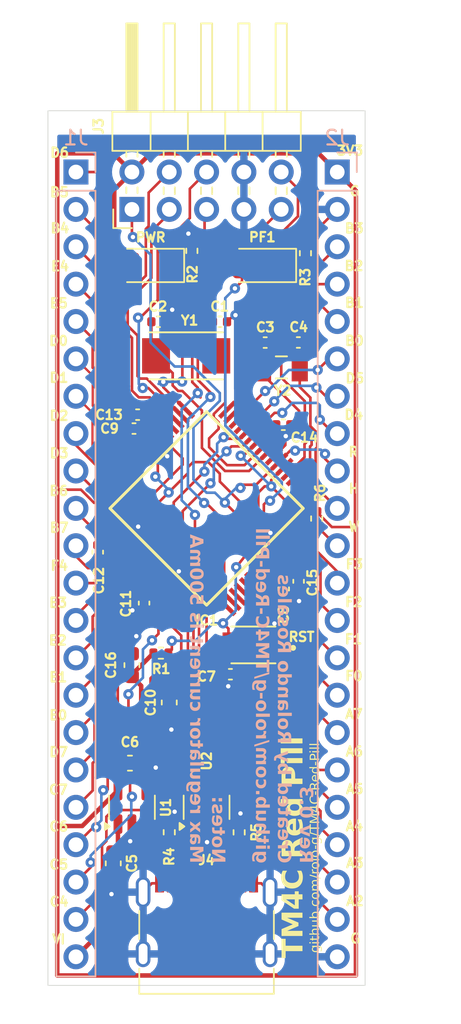
<source format=kicad_pcb>
(kicad_pcb (version 20240108) (generator "pcbnew") (generator_version "8.0")
  (title_block (title "TM4C Red Pill") (date "2024-06-03") (rev "0.3") (company "Rolando Rosales") (comment 1 "https://github.com/rolo-g/TM4C-Red-Pill"))
  (layers (0 "F.Cu" signal) (31 "B.Cu" power) (34 "B.Paste" user) (35 "F.Paste" user) (36 "B.SilkS" user "B.Silkscreen") (37 "F.SilkS" user "F.Silkscreen") (38 "B.Mask" user) (39 "F.Mask" user) (44 "Edge.Cuts" user))
  (net 0 "")
  (net 1 "/OSC1")
  (net 2 "GND")
  (net 3 "/XOSC1")
  (net 4 "/GNDX")
  (net 5 "/OSC0")
  (net 6 "/XOSC0")
  (net 7 "/NRST")
  (net 8 "+3.3V")
  (net 9 "/VDDC")
  (net 10 "/PF1")
  (net 11 "/PD7")
  (net 12 "/PD5")
  (net 13 "/PC7")
  (net 14 "/PB1")
  (net 15 "/PB0")
  (net 16 "/PA4")
  (net 17 "/PB5")
  (net 18 "/PC4")
  (net 19 "/TCK{slash}SWCLK")
  (net 20 "/PE1")
  (net 21 "/TDI")
  (net 22 "/PA3")
  (net 23 "/PB3")
  (net 24 "/RX")
  (net 25 "/PF4")
  (net 26 "/PB4")
  (net 27 "/PF0")
  (net 28 "/PB2")
  (net 29 "/PC6")
  (net 30 "/TX")
  (net 31 "/PD4")
  (net 32 "/PD2")
  (net 33 "/PB7")
  (net 34 "/NWAKE")
  (net 35 "/PA7")
  (net 36 "/PA2")
  (net 37 "/PE0")
  (net 38 "/PA6")
  (net 39 "/PE2")
  (net 40 "/PD0")
  (net 41 "/PE4")
  (net 42 "/PD3")
  (net 43 "/PD6")
  (net 44 "/PD1")
  (net 45 "/PE5")
  (net 46 "/PB6")
  (net 47 "/NHIB")
  (net 48 "/TDO{slash}SWO")
  (net 49 "/PE3")
  (net 50 "/PA5")
  (net 51 "/PF2")
  (net 52 "/PF3")
  (net 53 "/PC5")
  (net 54 "/TMS{slash}SWDIO")
  (net 55 "/VBUS")
  (net 56 "Net-(PF1-K)")
  (net 57 "Net-(PWR1-K)")
  (net 59 "Net-(J4-CC2)")
  (net 60 "Net-(J4-CC1)")
  (net 63 "Net-(J4-D+-PadA6)")
  (net 64 "Net-(J4-D--PadA7)")
  (footprint "Resistor_SMD:R_0402_1005Metric" (layer "F.Cu") (at 134.889008 81.557746 90)
    (property "Reference" "R2")
    (property "Value" "1k")
  )
  (footprint "Capacitor_SMD:C_0402_1005Metric" (layer "F.Cu") (at 141.110604 93.376426)
    (property "Reference" "C14")
    (property "Value" ".1uF")
  )
  (footprint "Package_TO_SOT_SMD:SOT-23-5" (layer "F.Cu") (at 130.81 119.38 90)
    (property "Reference" "U1")
    (property "Value" "TLV75533PDBV")
  )
  (footprint "Capacitor_SMD:C_0603_1608Metric" (layer "F.Cu") (at 130.675634 116.377466)
    (property "Reference" "C6")
    (property "Value" "1uF")
  )
  (footprint "Resistor_SMD:R_0402_1005Metric" (layer "F.Cu") (at 138.105604 121.081205 -90)
    (property "Reference" "R5")
    (property "Value" "5.1k")
  )
  (footprint "Capacitor_SMD:C_0402_1005Metric" (layer "F.Cu") (at 136.803309 86.378178)
    (property "Reference" "C1")
    (property "Value" "10pF")
  )
  (footprint "Resistor_SMD:R_0402_1005Metric" (layer "F.Cu") (at 142.616665 81.717905 90)
    (property "Reference" "R3")
    (property "Value" "1k")
  )
  (footprint "Resistor_SMD:R_0402_1005Metric" (layer "F.Cu") (at 143.383211 99.753269 -90)
    (property "Reference" "R6")
    (property "Value" "1M")
  )
  (footprint "ABM3-16.000MHZ-B2-T:XTAL_ABM3-16.000MHZ-B2-T" (layer "F.Cu") (at 134.501631 88.694497 180)
    (property "Reference" "Y1")
    (property "Value" "ABM3-16.000MHZ-B2-T")
  )
  (footprint "Capacitor_SMD:C_0402_1005Metric" (layer "F.Cu") (at 141.137795 104.536722 -90)
    (property "Reference" "C8")
    (property "Value" ".1uF")
  )
  (footprint "B3U-1000P:SW_B3U-1000P" (layer "F.Cu") (at 139.077001 108.343242 180)
    (property "Reference" "RST")
    (property "Value" "B3U-1000P")
  )
  (footprint "LED_SMD:LED_1206_3216Metric" (layer "F.Cu") (at 139.7 82.55 180)
    (property "Reference" "PF1")
    (property "Value" "LED")
  )
  (footprint "TM4C123GH6PMI7R:QFP50P1200X1200X160-64N" (layer "F.Cu") (at 135.89 99.06 45)
    (property "Reference" "IC1")
    (property "Value" "TM4C123GH6PMI7R")
  )
  (footprint "Connector_PinHeader_2.54mm:PinHeader_2x05_P2.54mm_Horizontal" (layer "F.Cu") (at 130.81 78.74 90)
    (property "Reference" "J3")
    (property "Value" "Conn_02x05_Odd_Even")
  )
  (footprint "Capacitor_SMD:C_0603_1608Metric" (layer "F.Cu") (at 129.54 123.19 90)
    (property "Reference" "C5")
    (property "Value" "1uF")
  )
  (footprint "Capacitor_SMD:C_0402_1005Metric" (layer "F.Cu") (at 139.877073 87.791984)
    (property "Reference" "C3")
    (property "Value" "24pF")
  )
  (footprint "ABS07-32.768KHZ-T:XTAL_ABS07-32.768KHZ-T" (layer "F.Cu") (at 140.980418 89.480042)
    (property "Reference" "Y2")
    (property "Value" "ABS07-32.768KHZ-T")
  )
  (footprint "Connector_USB:USB_C_Receptacle_G-Switch_GT-USB-7010ASV" (layer "F.Cu") (at 135.89 128.27)
    (property "Reference" "J4")
    (property "Value" "USB_C_Receptacle_USB2.0_16P")
  )
  (footprint "Capacitor_SMD:C_0402_1005Metric" (layer "F.Cu") (at 137.511805 110.335462 180)
    (property "Reference" "C7")
    (property "Value" ".1uF")
  )
  (footprint "Capacitor_SMD:C_0603_1608Metric" (layer "F.Cu") (at 133.35 112.255 -90)
    (property "Reference" "C10")
    (property "Value" "2.2uF")
  )
  (footprint "Resistor_SMD:R_0402_1005Metric" (layer "F.Cu") (at 132.781197 108.899853)
    (property "Reference" "R1")
    (property "Value" "10k")
  )
  (footprint "Resistor_SMD:R_0402_1005Metric" (layer "F.Cu") (at 133.35 121.075324 90)
    (property "Reference" "R4")
    (property "Value" "5.1k")
  )
  (footprint "Capacitor_SMD:C_0402_1005Metric" (layer "F.Cu") (at 142.135029 87.78493 180)
    (property "Reference" "C4")
    (property "Value" "24pF")
  )
  (footprint "Capacitor_SMD:C_0402_1005Metric" (layer "F.Cu") (at 128.485608 102.036747 -90)
    (property "Reference" "C12")
    (property "Value" ".1uF")
  )
  (footprint "Package_TO_SOT_SMD:SOT-23-6" (layer "F.Cu") (at 135.89 119.38 90)
    (property "Reference" "U2")
    (property "Value" "USBLC6-2SC6" (hide yes))
  )
  (footprint "Capacitor_SMD:C_0402_1005Metric" (layer "F.Cu") (at 131.198834 92.692271 180)
    (property "Reference" "C13")
    (property "Value" ".1uF")
  )
  (footprint "Capacitor_SMD:C_0402_1005Metric" (layer "F.Cu") (at 130.951074 93.635171)
    (property "Reference" "C9")
    (property "Value" ".1uF")
  )
  (footprint "Capacitor_SMD:C_0402_1005Metric" (layer "F.Cu") (at 131.637611 105.499446 -90)
    (property "Reference" "C11")
    (property "Value" ".1uF")
  )
  (footprint "LED_SMD:LED_1206_3216Metric" (layer "F.Cu") (at 132.08 82.55 180)
    (property "Reference" "PWR")
    (property "Value" "LED")
  )
  (footprint "Capacitor_SMD:C_0402_1005Metric" (layer "F.Cu") (at 142.151823 104.017532 -90)
    (property "Reference" "C15")
    (property "Value" ".1uF")
  )
  (footprint "Capacitor_SMD:C_0603_1608Metric" (layer "F.Cu") (at 130.81 109.715 90)
    (property "Reference" "C16")
    (property "Value" "10uF")
  )
  (footprint "Capacitor_SMD:C_0402_1005Metric" (layer "F.Cu") (at 132.614207 86.378178)
    (property "Reference" "C2")
    (property "Value" "10pF")
  )
  (footprint "Connector_PinHeader_2.54mm:PinHeader_1x22_P2.54mm_Vertical" (layer "B.Cu") (at 127 76.2 180)
    (property "Reference" "J1")
    (property "Value" "Conn_01x22")
  )
  (footprint "Connector_PinHeader_2.54mm:PinHeader_1x22_P2.54mm_Vertical" (layer "B.Cu") (at 144.78 76.2 180)
    (property "Reference" "J2")
    (property "Value" "Conn_01x22")
  )
  (gr_rect (start 125.095209 72.034472) (end 146.677224 131.484266) (stroke (width 0.05)) (fill none) (layer "Edge.Cuts"))
  (gr_text "Rev 0.3\nCreated by Rolando Rosales\ngithub.com/rolo-g/TM4C-Red-Pill\n\nNotes:\nMax regulator current is 500mA" (at 134.62 123.19 270) (layer "B.SilkS") (effects (font (size 0.889 0.889) (thickness 0.1905) (bold yes)) (justify left bottom mirror)))
  (gr_text "D0" (at 125.816097 87.678826 0) (layer "F.SilkS") (effects (font (size 0.635 0.635) (thickness 0.1524) (bold yes))))
  (gr_text "E5" (at 125.835517 85.121609 0) (layer "F.SilkS") (effects (font (size 0.635 0.635) (thickness 0.1524) (bold yes))))
  (gr_text "D3" (at 125.854981 95.316789 0) (layer "F.SilkS") (effects (font (size 0.635 0.635) (thickness 0.1524) (bold yes))))
  (gr_text "github.com/rolo-g/TM4C-Red-Pill" (at 143.662269 129.274969 90) (layer "F.SilkS") (effects (font (size 0.635 0.635) (thickness 0.1)) (justify left bottom)))
  (gr_text "F0" (at 145.913227 110.457739 0) (layer "F.SilkS") (effects (font (size 0.635 0.635) (thickness 0.1524) (bold yes))))
  (gr_text "B1" (at 145.945462 85.086601 0) (layer "F.SilkS") (effects (font (size 0.635 0.635) (thickness 0.1524) (bold yes))))
  (gr_text "D2" (at 125.848415 92.765235 0) (layer "F.SilkS") (effects (font (size 0.635 0.635) (thickness 0.1524) (bold yes))))
  (gr_text "3V3" (at 145.65145 74.743924 0) (layer "F.SilkS") (effects (font (size 0.635 0.635) (thickness 0.1524) (bold yes))))
  (gr_text "G" (at 145.958348 77.498518 0) (layer "F.SilkS") (effects (font (size 0.635 0.635) (thickness 0.1524) (bold yes))))
  (gr_text "B2" (at 145.919328 82.584235 0) (layer "F.SilkS") (effects (font (size 0.635 0.635) (thickness 0.1524) (bold yes))))
  (gr_text "B5" (at 125.874138 77.574099 0) (layer "F.SilkS") (effects (font (size 0.635 0.635) (thickness 0.1524) (bold yes))))
  (gr_text "F1" (at 145.887093 107.955373 0) (layer "F.SilkS") (effects (font (size 0.635 0.635) (thickness 0.1524) (bold yes))))
  (gr_text "A2" (at 145.983885 125.750573 0) (layer "F.SilkS") (effects (font (size 0.635 0.635) (thickness 0.1524) (bold yes))))
  (gr_text "B4" (at 125.909971 80.020149 0) (layer "F.SilkS") (effects (font (size 0.635 0.635) (thickness 0.1524) (bold yes))))
  (gr_text "C6" (at 125.831127 120.687572 0) (layer "F.SilkS") (effects (font (size 0.635 0.635) (thickness 0.1524) (bold yes))))
  (gr_text "A3" (at 145.977701 123.16653 0) (layer "F.SilkS") (effects (font (size 0.635 0.635) (thickness 0.1524) (bold yes))))
  (gr_text "A4" (at 145.951567 120.664164 0) (layer "F.SilkS") (effects (font (size 0.635 0.635) (thickness 0.1524) (bold yes))))
  (gr_text "D5" (at 145.978742 90.217678 0) (layer "F.SilkS") (effects (font (size 0.635 0.635) (thickness 0.1524) (bold yes))))
  (gr_text "TM4C Red Pill" (at 142.653496 129.637546 90) (layer "F.SilkS") (effects (font (size 1.397 1.397) (thickness 0.254) (bold yes) (italic yes)) (justify left bottom)))
  (gr_text "A6" (at 145.946507 115.588816 0) (layer "F.SilkS") (effects (font (size 0.635 0.635) (thickness 0.1524) (bold yes))))
  (gr_text "E1" (at 125.793955 110.537415 0) (layer "F.SilkS") (effects (font (size 0.635 0.635) (thickness 0.1524) (bold yes))))
  (gr_text "D7" (at 125.824413 115.627989 0) (layer "F.SilkS") (effects (font (size 0.635 0.635) (thickness 0.1524) (bold yes))))
  (gr_text "D6" (at 125.890153 74.883515 0) (layer "F.SilkS") (effects (font (size 0.635 0.635) (thickness 0.1524) (bold yes))))
  (gr_text "F4" (at 125.867879 102.960415 0) (layer "F.SilkS") (effects (font (size 0.635 0.635) (thickness 0.1524) (bold yes))))
  (gr_text "A5" (at 145.971167 118.135664 0) (layer "F.SilkS") (effects (font (size 0.635 0.635) (thickness 0.1524) (bold yes))))
  (gr_text "D1" (at 125.842231 90.181192 0) (layer "F.SilkS") (effects (font (size 0.635 0.635) (thickness 0.1524) (bold yes))))
  (gr_text "B3" (at 145.938748 80.027018 0) (layer "F.SilkS") (effects (font (size 0.635 0.635) (thickness 0.1524) (bold yes))))
  (gr_text "A7" (at 145.919411 113.041782 0) (layer "F.SilkS") (effects (font (size 0.635 0.635) (thickness 0.1524) (bold yes))))
  (gr_text "C4" (at 125.852671 125.795481 0) (layer "F.SilkS") (effects (font (size 0.635 0.635) (thickness 0.1524) (bold yes))))
  (gr_text "B0" (at 145.951646 87.670644 0) (layer "F.SilkS") (effects (font (size 0.635 0.635) (thickness 0.1524) (bold yes))))
  (gr_text "E4" (at 125.916155 82.604192 0) (layer "F.SilkS") (effects (font (size 0.635 0.635) (thickness 0.1524) (bold yes))))
  (gr_text "F3" (at 145.948389 102.858709 0) (layer "F.SilkS") (effects (font (size 0.635 0.635) (thickness 0.1524) (bold yes))))
  (gr_text "B7" (at 125.861695 100.376372 0) (layer "F.SilkS") (effects (font (size 0.635 0.635) (thickness 0.1524) (bold yes))))
  (gr_text "G" (at 146.010981 128.297607 0) (layer "F.SilkS") (effects (font (size 0.635 0.635) (thickness 0.1524) (bold yes))))
  (gr_text "H" (at 145.915109 97.727632 0) (layer "F.SilkS") (effects (font (size 0.635 0.635) (thickness 0.1524) (bold yes))))
  (gr_text "D4" (at 145.908575 92.696766 0) (layer "F.SilkS") (effects (font (size 0.635 0.635) (thickness 0.1524) (bold yes))))
  (gr_text "R" (at 145.888975 95.225266 0) (layer "F.SilkS") (effects (font (size 0.635 0.635) (thickness 0.1524) (bold yes))))
  (gr_text "F2" (at 145.906693 105.426873 0) (layer "F.SilkS") (effects (font (size 0.635 0.635) (thickness 0.1524) (bold yes))))
  (gr_text "E3" (at 125.787241 105.477832 0) (layer "F.SilkS") (effects (font (size 0.635 0.635) (thickness 0.1524) (bold yes))))
  (gr_text "VI" (at 125.833251 128.352698 0) (layer "F.SilkS") (effects (font (size 0.635 0.635) (thickness 0.1524) (bold yes))))
  (gr_text "E0" (at 125.800139 113.121458 0) (layer "F.SilkS") (effects (font (size 0.635 0.635) (thickness 0.1524) (bold yes))))
  (gr_text "C7" (at 125.804993 118.185206 0) (layer "F.SilkS") (effects (font (size 0.635 0.635) (thickness 0.1524) (bold yes))))
  (gr_text "W" (at 145.921293 100.311675 0) (layer "F.SilkS") (effects (font (size 0.635 0.635) (thickness 0.1524) (bold yes))))
  (gr_text "B6" (at 125.835561 97.874006 0) (layer "F.SilkS") (effects (font (size 0.635 0.635) (thickness 0.1524) (bold yes))))
  (gr_text "E2" (at 125.767821 108.035049 0) (layer "F.SilkS") (effects (font (size 0.635 0.635) (thickness 0.1524) (bold yes))))
  (gr_text "C5" (at 125.837311 123.271615 0) (layer "F.SilkS") (effects (font (size 0.635 0.635) (thickness 0.1524) (bold yes))))
  (segment (start 137.16 89.342702) (end 137.16 91.865999) (width 0.1778) (layer "F.Cu") (net 1))
  (segment (start 136.379271 92.886062) (end 136.71288 93.219671) (width 0.1778) (layer "F.Cu") (net 1))
  (segment (start 136.379271 92.646728) (end 136.379271 92.886062) (width 0.1778) (layer "F.Cu") (net 1))
  (segment (start 137.16 91.865999) (end 136.379271 92.646728) (width 0.1778) (layer "F.Cu") (net 1))
  (segment (start 136.71288 93.219671) (end 136.71288 93.656122) (width 0.1778) (layer "F.Cu") (net 1))
  (segment (start 137.281429 96.123829) (end 138.472618 96.123829) (width 0.1778) (layer "F.Cu") (net 1))
  (segment (start 138.472618 96.123829) (end 139.770602 94.825845) (width 0.1778) (layer "F.Cu") (net 1))
  (segment (start 136.059792 94.30921) (end 136.059792 94.902192) (width 0.1778) (layer "F.Cu") (net 1))
  (segment (start 136.71288 93.656122) (end 136.059792 94.30921) (width 0.1778) (layer "F.Cu") (net 1))
  (segment (start 136.532309 88.715011) (end 137.16 89.342702) (width 0.1778) (layer "F.Cu") (net 1))
  (segment (start 136.323309 86.378178) (end 136.323309 88.506011) (width 0.1778) (layer "F.Cu") (net 1))
  (segment (start 136.059792 94.902192) (end 137.281429 96.123829) (width 0.1778) (layer "F.Cu") (net 1))
  (segment (start 136.323309 88.506011) (end 136.532309 88.715011) (width 0.1778) (layer "F.Cu") (net 1))
  (segment (start 138.301204 119.846147) (end 138.352163 119.795188) (width 0.1778) (layer "F.Cu") (net 2))
  (segment (start 133.550935 85.92145) (end 133.094207 86.378178) (width 0.1778) (layer "F.Cu") (net 2))
  (segment (start 140.23437 100.727764) (end 140.23437 101.636603) (width 0.1778) (layer "F.Cu") (net 2))
  (segment (start 138.195879 119.795188) (end 138.195879 119.951472) (width 0.1778) (layer "F.Cu") (net 2))
  (segment (start 137.825064 86.132694) (end 137.856336 85.928124) (width 0.1778) (layer "F.Cu") (net 2))
  (segment (start 138.195879 119.951472) (end 138.219946 119.927405) (width 0.1778) (layer "F.Cu") (net 2))
  (segment (start 138.219946 119.927405) (end 138.301204 120.008663) (width 0.1778) (layer "F.Cu") (net 2))
  (segment (start 141.247404 94.277579) (end 141.247404 94.763256) (width 0.1778) (layer "F.Cu") (net 2))
  (segment (start 140.508716 106.887535) (end 140.508716 106.638899) (width 0.1778) (layer "F.Cu") (net 2))
  (segment (start 144.78 78.74) (end 142.616665 80.903335) (width 0.1778) (layer "F.Cu") (net 2))
  (segment (start 135.89 121.92) (end 135.92075 121.748427) (width 0.1778) (layer "F.Cu") (net 2))
  (segment (start 130.908812 105.99294) (end 130.839354 105.99294) (width 0.1778) (layer "F.Cu") (net 2))
  (segment (start 135.936213 121.666672) (end 135.916915 121.647374) (width 0.1778) (layer "F.Cu") (net 2))
  (segment (start 130.816869 121.638692) (end 130.787313 121.638692) (width 0.1778) (layer "F.Cu") (net 2))
  (segment (start 130.742362 121.564185) (end 130.887334 121.709157) (width 0.1778) (layer "F.Cu") (net 2))
  (segment (start 138.301204 120.008663) (end 138.301204 120.375605) (width 0.1778) (layer "F.Cu") (net 2))
  (segment (start 132.347695 116.567766) (end 132.431003 116.679832) (width 0.1778) (layer "F.Cu") (net 2))
  (segment (start 130.702778 105.786906) (end 130.768094 105.852222) (width 0.1778) (layer "F.Cu") (net 2))
  (segment (start 142.616665 80.903335) (end 142.616665 81.207905) (width 0.1778) (layer "F.Cu") (net 2))
  (segment (start 128.485608 102.516747) (end 128.544166 102.516747) (width 0.1778) (layer "F.Cu") (net 2))
  (segment (start 129.370126 124.134874) (end 129.54 123.965) (width 0.1778) (layer "F.Cu") (net 2))
  (segment (start 135.916915 120.544415) (end 135.89 120.5175) (width 0.1778) (layer "F.Cu") (net 2))
  (segment (start 137.031805 110.335462) (end 137.031805 110.820063) (width 0.1778) (layer "F.Cu") (net 2))
  (segment (start 133.211202 95.516975) (end 133.336242 95.642015) (width 0.1778) (layer "F.Cu") (net 2))
  (segment (start 139.09 124.545) (end 139.61 124.545) (width 0.1778) (layer "F.Cu") (net 2))
  (segment (start 141.247404 94.763256) (end 140.477709 95.532951) (width 0.1778) (layer "F.Cu") (net 2))
  (segment (start 132.55316 116.567766) (end 132.502726 116.517332) (width 0.1778) (layer "F.Cu") (net 2))
  (segment (start 134.53535 80.694088) (end 134.889008 81.047746) (width 0.1778) (layer "F.Cu") (net 2))
  (segment (start 130.727271 105.786906) (end 130.702778 105.786906) (width 0.1778) (layer "F.Cu") (net 2))
  (segment (start 133.493739 113.927585) (end 133.493739 114.097458) (width 0.1778) (layer "F.Cu") (net 2))
  (segment (start 130.787313 121.638692) (end 130.692873 121.683643) (width 0.1778) (layer "F.Cu") (net 2))
  (segment (start 130.81 121.631823) (end 130.816869 121.638692) (width 0.1778) (layer "F.Cu") (net 2))
  (segment (start 130.692873 121.683643) (end 130.697411 121.638692) (width 0.1778) (layer "F.Cu") (net 2))
  (segment (start 132.17 124.545) (end 131.57 125.145) (width 0.1778) (layer "F.Cu") (net 2))
  (segment (start 132.128637 116.377466) (end 131.450634 116.377466) (width 0.1778) (layer "F.Cu") (net 2))
  (segment (start 132.362951 94.472291) (end 131.543559 93.652899) (width 0.1778) (layer "F.Cu") (net 2))
  (segment (start 132.431003 116.679832) (end 132.55316 116.567766) (width 0.1778) (layer "F.Cu") (net 2))
  (segment (start 131.109055 107.859679) (end 131.109055 107.746779) (width 0.1778) (layer "F.Cu") (net 2))
  (segment (start 133.715663 119.679456) (end 133.65727 119.929192) (width 0.1778) (layer "F.Cu") (net 2))
  (segment (start 134.000745 103.340157) (end 133.95224 103.198767) (width 0.1778) (layer "F.Cu") (net 2))
  (segment (start 141.277973 94.150462) (end 141.590604 93.837831) (width 0.1778) (layer "F.Cu") (net 2))
  (segment (start 129.967165 101.172835) (end 130.770799 100.369201) (width 0.1778) (layer "F.Cu") (net 2))
  (segment (start 133.35 113.03) (end 133.35 113.783846) (width 0.1778) (layer "F.Cu") (net 2))
  (segment (start 133.211202 95.516975) (end 133.211202 95.320542) (width 0.1778) (layer "F.Cu") (net 2))
  (segment (start 135.92075 121.748427) (end 135.916915 121.68597) (width 0.1778) (layer "F.Cu") (net 2))
  (segment (start 131.431074 93.584931) (end 131.431074 93.635171) (width 0.3048) (layer "F.Cu") (net 2))
  (segment (start 142.151823 105.330226) (end 142.182864 105.361267) (width 0.1778) (layer "F.Cu") (net 2))
  (segment (start 129.888078 101.172835) (end 129.967165 101.172835) (width 0.1778) (layer "F.Cu") (net 2))
  (segment (start 140.777001 107.15582) (end 140.508716 106.887535) (width 0.1778) (layer "F.Cu") (net 2))
  (segment (start 133.493739 114.097458) (end 133.663612 114.097458) (width 0.1778) (layer "F.Cu") (net 2))
  (segment (start 133.95224 103.198767) (end 133.923665 103.243671) (width 0.1778) (layer "F.Cu") (net 2))
  (segment (start 132.431003 116.679832) (end 132.128637 116.377466) (width 0.1778) (layer "F.Cu") (net 2))
  (segment (start 128.544166 102.516747) (end 129.888078 101.172835) (width 0.1778) (layer "F.Cu") (net 2))
  (segment (start 130.839354 105.99294) (end 130.839354 105.923482) (width 0.1778) (layer "F.Cu") (net 2))
  (segment (start 131.109055 107.746779) (end 131.221955 107.746779) (width 0.1778) (layer "F.Cu") (net 2))
  (segment (start 137.856336 85.928124) (end 137.528793 86.132694) (width 0.1778) (layer "F.Cu") (net 2))
  (segment (start 142.151823 104.497532) (end 142.151823 105.330226) (width 0.1778) (layer "F.Cu") (net 2))
  (segment (start 135.916915 121.786752) (end 135.89 121.92) (width 0.1778) (layer "F.Cu") (net 2))
  (segment (start 134.53535 80.306272) (end 134.651927 80.388101) (width 0.1778) (layer "F.Cu") (net 2))
  (segment (start 130.81 108.158734) (end 131.109055 107.859679) (width 0.1778) (layer "F.Cu") (net 2))
  (segment (start 137.031805 110.820063) (end 137.363754 111.152012) (width 0.1778) (layer "F.Cu") (net 2))
  (segment (start 133.35 113.783846) (end 133.493739 113.927585) (width 0.1778) (layer "F.Cu") (net 2))
  (segment (start 135.916915 121.68597) (end 135.936213 121.666672) (width 0.1778) (layer "F.Cu") (net 2))
  (segment (start 141.590604 93.837831) (end 141.590604 93.376426) (width 0.1778) (layer "F.Cu") (net 2))
  (segment (start 129.418344 125.279182) (end 129.370126 125.146027) (width 0.1778) (layer "F.Cu") (net 2))
  (segment (start 133.663612 114.097458) (end 133.637478 114.071324) (width 0.1778) (layer "F.Cu") (net 2))
  (segment (start 138.352163 119.795188) (end 138.195879 119.795188) (width 0.1778) (layer "F.Cu") (net 2))
  (segment (start 130.697411 121.638692) (end 130.742362 121.638692) (width 0.1778) (layer "F.Cu") (net 2))
  (segment (start 138.301204 120.375605) (end 138.105604 120.571205) (width 0.1778) (layer "F.Cu") (net 2))
  (segment (start 131.543559 93.652899) (end 131.398893 93.652899) (width 0.1778) (layer "F.Cu") (net 2))
  (segment (start 137.528793 86.132694) (end 137.283309 86.378178) (width 0.1778) (layer "F.Cu") (net 2))
  (segment (start 135.916915 121.647374) (end 135.916915 120.544415) (width 0.1778) (layer "F.Cu") (net 2))
  (segment (start 133.070058 104.354816) (end 133.923665 103.501209) (width 0.1778) (layer "F.Cu") (net 2))
  (segment (start 133.35 120.565324) (end 133.715663 120.199661) (width 0.1778) (layer "F.Cu") (net 2))
  (segment (start 139.61 124.545) (end 140.21 125.145) (width 0.1778) (layer "F.Cu") (net 2))
  (segment (start 133.715663 120.199661) (end 133.715663 119.679456) (width 0.1778) (layer "F.Cu") (net 2))
  (segment (start 130.895318 105.979446) (end 130.908812 105.99294) (width 0.1778) (layer "F.Cu") (net 2))
  (segment (start 138.301204 119.839818) (end 138.301204 119.846147) (width 0.1778) (layer "F.Cu") (net 2))
  (segment (start 141.137795 105.016722) (end 141.838319 105.016722) (width 0.1778) (layer "F.Cu") (net 2))
  (segment (start 130.81 120.5175) (end 130.81 121.631823) (width 0.1778) (layer "F.Cu") (net 2))
  (segment (start 140.777001 108.343242) (end 140.777001 107.15582) (width 0.1778) (layer "F.Cu") (net 2))
  (segment (start 141.838319 105.016722) (end 142.182864 105.361267) (width 0.1778) (layer "F.Cu") (net 2))
  (segment (start 130.727271 105.811399) (end 130.727271 105.786906) (width 0.1778) (layer "F.Cu") (net 2))
  (segment (start 130.770799 100.369201) (end 131.06481 100.369201) (width 0.1778) (layer "F.Cu") (net 2))
  (segment (start 140.23437 101.636603) (end 140.831262 102.233495) (width 0.1778) (layer "F.Cu") (net 2))
  (segment (start 132.69 124.545) (end 132.17 124.545) (width 0.1778) (layer "F.Cu") (net 2))
  (segment (start 133.923665 103.501209) (end 134.000745 103.340157) (width 0.1778) (layer "F.Cu") (net 2))
  (segment (start 131.06481 100.369201) (end 131.234683 100.303865) (width 0.1778) (layer "F.Cu") (net 2))
  (segment (start 134.651927 80.388101) (end 134.53535 80.694088) (width 0.1778) (layer "F.Cu") (net 2))
  (segment (start 133.550935 85.561348) (end 133.550935 85.92145) (width 0.1778) (layer "F.Cu") (net 2))
  (segment (start 129.518837 125.066913) (end 129.418344 125.279182) (width 0.1778) (layer "F.Cu") (net 2))
  (segment (start 133.211202 95.320542) (end 132.362951 94.472291) (width 0.1778) (layer "F.Cu") (net 2))
  (segment (start 131.637611 105.979446) (end 130.895318 105.979446) (width 0.1778) (layer "F.Cu") (net 2))
  (segment (start 129.370126 125.146027) (end 129.370126 124.134874) (width 0.1778) (layer "F.Cu") (net 2))
  (segment (start 130.718834 92.872691) (end 131.431074 93.584931) (width 0.3048) (layer "F.Cu") (net 2))
  (segment (start 130.718834 92.692271) (end 130.718834 92.872691) (width 0.3048) (layer "F.Cu") (net 2))
  (segment (start 131.195482 100.369201) (end 131.130146 100.369201) (width 0.1778) (layer "F.Cu") (net 2))
  (segment (start 130.839354 105.923482) (end 130.727271 105.811399) (width 0.1778) (layer "F.Cu") (net 2))
  (segment (start 130.742362 121.638692) (end 130.742362 121.564185) (width 0.1778) (layer "F.Cu") (net 2))
  (segment (start 131.234683 100.303865) (end 131.195482 100.369201) (width 0.1778) (layer "F.Cu") (net 2))
  (segment (start 130.81 108.94) (end 130.81 108.158734) (width 0.1778) (layer "F.Cu") (net 2))
  (segment (start 133.65727 119.929192) (end 133.57495 119.846872) (width 0.1778) (layer "F.Cu") (net 2))
  (via (at 133.550935 85.561348) (size 0.7) (drill 0.3) (layers "F.Cu" "B.Cu") (net 2))
  (via (at 134.651927 80.388101) (size 0.7) (drill 0.3) (layers "F.Cu" "B.Cu") (net 2))
  (via (at 130.839354 105.99294) (size 0.7) (drill 0.3) (layers "F.Cu" "B.Cu") (net 2))
  (via (at 134.000745 103.340157) (size 0.7) (drill 0.3) (layers "F.Cu" "B.Cu") (net 2))
  (via (at 132.431003 116.679832) (size 0.7) (drill 0.3) (layers "F.Cu" "B.Cu") (net 2))
  (via (at 130.692873 121.683643) (size 0.7) (drill 0.3) (layers "F.Cu" "B.Cu") (net 2))
  (via (at 133.715663 119.679456) (size 0.7) (drill 0.3) (layers "F.Cu" "B.Cu") (net 2))
  (via (at 141.277973 94.150462) (size 0.7) (drill 0.3) (layers "F.Cu" "B.Cu") (net 2))
  (via (at 131.234683 100.303865) (size 0.7) (drill 0.3) (layers "F.Cu" "B.Cu") (net 2))
  (via (at 140.23437 100.727764) (size 0.7) (drill 0.3) (layers "F.Cu" "B.Cu") (net 2))
  (via (at 133.211202 95.516975) (size 0.7) (drill 0.3) (layers "F.Cu" "B.Cu") (net 2))
  (via (at 137.856336 85.928124) (size 0.7) (drill 0.3) (layers "F.Cu" "B.Cu") (net 2))
  (via (at 129.418344 125.279182) (size 0.7) (drill 0.3) (layers "F.Cu" "B.Cu") (net 2))
  (via (at 140.508716 106.887535) (size 0.7) (drill 0.3) (layers "F.Cu" "B.Cu") (net 2))
  (via (at 142.182864 105.361267) (size 0.7) (drill 0.3) (layers "F.Cu" "B.Cu") (net 2))
  (via (at 135.92075 121.748427) (size 0.7) (drill 0.3) (layers "F.Cu" "B.Cu") (net 2))
  (via (at 133.493739 114.097458) (size 0.7) (drill 0.3) (layers "F.Cu" "B.Cu") (net 2))
  (via (at 137.363754 111.152012) (size 0.7) (drill 0.3) (layers "F.Cu" "B.Cu") (net 2))
  (via (at 131.109055 107.746779) (size 0.7) (drill 0.3) (layers "F.Cu" "B.Cu") (net 2))
  (via (at 138.195879 119.795188) (size 0.7) (drill 0.3) (layers "F.Cu" "B.Cu") (net 2))
  (segment (start 139.730418 89.977785) (end 142.184726 92.432093) (width 0.1778) (layer "F.Cu") (net 3))
  (segment (start 139.397073 89.146697) (end 139.730418 89.480042) (width 0.1778) (layer "F.Cu") (net 3))
  (segment (start 142.554426 95.577555) (end 141.538369 96.593612) (width 0.1778) (layer "F.Cu") (net 3))
  (segment (start 139.397073 87.791984) (end 139.397073 89.146697) (width 0.1778) (layer "F.Cu") (net 3))
  (segment (start 142.660295 94.246954) (end 142.660295 94.589166) (width 0.1778) (layer "F.Cu") (net 3))
  (segment (start 142.554426 94.695035) (end 142.554426 95.577555) (width 0.1778) (layer "F.Cu") (net 3))
  (segment (start 142.660295 94.589166) (end 142.554426 94.695035) (width 0.1778) (layer "F.Cu") (net 3))
  (segment (start 142.184726 92.432093) (end 142.184726 93.771385) (width 0.1778) (layer "F.Cu") (net 3))
  (segment (start 142.184726 93.771385) (end 142.660295 94.246954) (width 0.1778) (layer "F.Cu") (net 3))
  (segment (start 139.730418 89.480042) (end 139.730418 89.977785) (width 0.1778) (layer "F.Cu") (net 3))
  (segment (start 142.932226 95.906861) (end 142.932226 94.851525) (width 0.1778) (layer "F.Cu") (net 4))
  (segment (start 142.932226 94.851525) (end 143.038095 94.745655) (width 0.1778) (layer "F.Cu") (net 4))
  (segment (start 140.357073 87.791984) (end 140.97 87.791984) (width 0.1778) (layer "F.Cu") (net 4))
  (segment (start 143.038095 94.090464) (end 142.575277 93.627646) (width 0.1778) (layer "F.Cu") (net 4))
  (segment (start 142.575277 91.775277) (end 140.97 90.17) (width 0.1778) (layer "F.Cu") (net 4))
  (segment (start 140.97 90.17) (end 140.97 87.791984) (width 0.1778) (layer "F.Cu") (net 4))
  (segment (start 141.891922 96.947165) (end 142.932226 95.906861) (width 0.1778) (layer "F.Cu") (net 4))
  (segment (start 141.647975 87.791984) (end 141.655029 87.78493) (width 0.1778) (layer "F.Cu") (net 4))
  (segment (start 142.575277 93.627646) (end 142.575277 91.775277) (width 0.1778) (layer "F.Cu") (net 4))
  (segment (start 140.97 87.791984) (end 141.647975 87.791984) (width 0.1778) (layer "F.Cu") (net 4))
  (segment (start 143.038095 94.745655) (end 143.038095 94.090464) (width 0.1778) (layer "F.Cu") (net 4))
  (segment (start 132.134207 86.378178) (end 132.134207 88.416909) (width 0.1778) (layer "F.Cu") (net 5))
  (segment (start 132.134207 88.416909) (end 133.583639 89.866341) (width 0.1778) (layer "F.Cu") (net 5))
  (segment (start 135.574467 92.413353) (end 135.574467 94.951157) (width 0.1778) (layer "F.Cu") (net 5))
  (segment (start 135.574467 94.951157) (end 137.14331 96.52) (width 0.1778) (layer "F.Cu") (net 5))
  (segment (start 134.242247 91.081133) (end 135.574467 92.413353) (width 0.1778) (layer "F.Cu") (net 5))
  (segment (start 137.14331 96.52) (end 138.783553 96.52) (width 0.1778) (layer "F.Cu") (net 5))
  (segment (start 138.783553 96.52) (end 140.124155 95.179398) (width 0.1778) (layer "F.Cu") (net 5))
  (segment (start 133.957897 91.081133) (end 134.242247 91.081133) (width 0.1778) (layer "F.Cu") (net 5))
  (segment (start 133.583639 89.866341) (end 133.583639 90.706875) (width 0.1778) (layer "F.Cu") (net 5))
  (segment (start 133.583639 90.706875) (end 133.957897 91.081133) (width 0.1778) (layer "F.Cu") (net 5))
  (segment (start 143.415895 94.902146) (end 143.310026 95.008015) (width 0.1778) (layer "F.Cu") (net 6))
  (segment (start 143.310026 95.008015) (end 143.310026 96.236168) (width 0.1778) (layer "F.Cu") (net 6))
  (segment (start 142.230418 89.480042) (end 142.230418 90.813545) (width 0.1778) (layer "F.Cu") (net 6))
  (segment (start 143.415895 93.933974) (end 143.415895 94.902146) (width 0.1778) (layer "F.Cu") (net 6))
  (segment (start 142.615029 89.095431) (end 142.230418 89.480042) (width 0.1778) (layer "F.Cu") (net 6))
  (segment (start 142.953077 91.536204) (end 142.953077 93.471156) (width 0.1778) (layer "F.Cu") (net 6))
  (segment (start 142.230418 90.813545) (end 142.953077 91.536204) (width 0.1778) (layer "F.Cu") (net 6))
  (segment (start 143.310026 96.236168) (end 142.245476 97.300718) (width 0.1778) (layer "F.Cu") (net 6))
  (segment (start 142.953077 93.471156) (end 143.415895 93.933974) (width 0.1778) (layer "F.Cu") (net 6))
  (segment (start 142.615029 87.78493) (end 142.615029 89.095431) (width 0.1778) (layer "F.Cu") (net 6))
  (segment (start 137.991805 110.335462) (end 137.991805 108.958046) (width 0.1778) (layer "F.Cu") (net 7))
  (segment (start 138.188043 97.669179) (end 138.40226 97.454962) (width 0.1778) (layer "F.Cu") (net 7))
  (segment (start 141.915526 95.13629) (end 141.581477 95.13629) (width 0.1778) (layer "F.Cu") (net 7))
  (segment (start 138.40226 97.454962) (end 139.262805 97.454962) (width 0.1778) (layer "F.Cu") (net 7))
  (segment (start 133.526406 108.664644) (end 133.291197 108.899853) (width 0.1778) (layer "F.Cu") (net 7))
  (segment (start 138.0522 101.402937) (end 138.43 101.780737) (width 0.1778) (layer "F.Cu") (net 7))
  (segment (start 138.43 101.780737) (end 138.43 102.39492) (width 0.1778) (layer "F.Cu") (net 7))
  (segment (start 130.81 80.551923) (end 130.877218 80.619141) (width 0.1778) (layer "F.Cu") (net 7))
  (segment (start 130.877218 80.619141) (end 130.904314 80.646237) (width 0.1778) (layer "F.Cu") (net 7))
  (segment (start 138.188043 97.669179) (end 138.475732 97.669179) (width 0.1778) (layer "F.Cu") (net 7))
  (segment (start 137.134892 98.668434) (end 138.0522 99.585742) (width 0.1778) (layer "F.Cu") (net 7))
  (segment (start 138.43 102.39492) (end 137.907312 103.059168) (width 0.1778) (layer "F.Cu") (net 7))
  (segment (start 141.915526 95.13629) (end 141.915526 95.091817) (width 0.1778) (layer "F.Cu") (net 7))
  (segment (start 133.526406 108.063554) (end 133.526406 108.664644) (width 0.1778) (layer "F.Cu") (net 7))
  (segment (start 141.915526 95.091817) (end 141.93775 95.069593) (width 0.1778) (layer "F.Cu") (net 7))
  (segment (start 141.581477 95.13629) (end 140.831262 95.886505) (width 0.1778) (layer "F.Cu") (net 7))
  (segment (start 137.377001 107.235702) (end 137.013229 106.87193) (width 0.1778) (layer "F.Cu") (net 7))
  (segment (start 137.907312 103.059168) (end 137.863755 102.961165) (width 0.1778) (layer "F.Cu") (net 7))
  (segment (start 143.948926 95.688926) (end 144.78 96.52) (width 0.1778) (layer "F.Cu") (net 7))
  (segment (start 139.262805 97.454962) (end 140.831262 95.886505) (width 0.1778) (layer "F.Cu") (net 7))
  (segment (start 143.948926 95.358757) (end 143.821033 95.358757) (width 0.1778) (layer "F.Cu") (net 7))
  (segment (start 137.991805 108.958046) (end 137.377001 108.343242) (width 0.1778) (layer "F.Cu") (net 7))
  (segment (start 130.81 78.74) (end 130.81 80.551923) (width 0.1778) (layer "F.Cu") (net 7))
  (segment (start 143.948926 95.358757) (end 143.948926 95.688926) (width 0.1778) (layer "F.Cu") (net 7))
  (segment (start 138.0522 99.585742) (end 138.0522 101.402937) (width 0.1778) (layer "F.Cu") (net 7))
  (segment (start 133.423461 108.178936) (end 133.639003 108.002584) (width 0.1778) (layer "F.Cu") (net 7))
  (segment (start 137.013229 106.87193) (end 136.764847 106.87193) (width 0.1778) (layer "F.Cu") (net 7))
  (segment (start 137.377001 108.343242) (end 137.377001 108.813276) (width 0.1778) (layer "F.Cu") (net 7))
  (segment (start 137.377001 108.343242) (end 137.377001 107.235702) (width 0.1778) (layer "F.Cu") (net 7))
  (segment (start 143.821033 95.358757) (end 143.776931 95.314655) (width 0.1778) (layer "F.Cu") (net 7))
  (via (at 130.877218 80.619141) (size 0.7) (drill 0.3) (layers "F.Cu" "B.Cu") (net 7))
  (via (at 141.915526 95.13629) (size 0.7) (drill 0.3) (layers "F.Cu" "B.Cu") (net 7))
  (via (at 133.526406 108.063554) (size 0.7) (drill 0.3) (layers "F.Cu" "B.Cu") (net 7))
  (via (at 137.013229 106.87193) (size 0.7) (drill 0.3) (layers "F.Cu" "B.Cu") (net 7))
  (via (at 138.188043 97.669179) (size 0.7) (drill 0.3) (layers "F.Cu" "B.Cu") (net 7))
  (via (at 137.134892 98.668434) (size 0.7) (drill 0.3) (layers "F.Cu" "B.Cu") (net 7))
  (via (at 143.948926 95.358757) (size 0.7) (drill 0.3) (layers "F.Cu" "B.Cu") (net 7))
  (via (at 137.907312 103.059168) (size 0.7) (drill 0.3) (layers "F.Cu" "B.Cu") (net 7))
  (segment (start 137.875036 106.010123) (end 137.013229 106.87193) (width 0.1778) (layer "B.Cu") (net 7))
  (segment (start 133.72017 89.418636) (end 134.986269 89.418636) (width 0.1778) (layer "B.Cu") (net 7))
  (segment (start 137.875036 103.091444) (end 137.875036 106.010123) (width 0.1778) (layer "B.Cu") (net 7))
  (segment (start 137.907312 103.059168) (end 137.875036 103.091444) (width 0.1778) (layer "B.Cu") (net 7))
  (segment (start 134.9978 93.543483) (end 134.9978 97.105564) (width 0.1778) (layer "B.Cu") (net 7))
  (segment (start 143.659762 95.069593) (end 141.93775 95.069593) (width 0.1778) (layer "B.Cu") (net 7))
  (segment (start 143.85701 95.348022) (end 143.867745 95.358757) (width 0.1778) (layer "B.Cu") (net 7))
  (segment (start 136.789816 91.222183) (end 136.789816 91.751467) (width 0.1778) (layer "B.Cu") (net 7))
  (segment (start 136.320028 106.87193) (end 135.128404 108.063554) (width 0.1778) (layer "B.Cu") (net 7))
  (segment (start 137.134892 98.437457) (end 137.90317 97.669179) (width 0.1778) (layer "B.Cu") (net 7))
  (segment (start 137.013229 106.87193) (end 136.320028 106.87193) (width 0.1778) (layer "B.Cu") (net 7))
  (segment (start 136.462568 97.99611) (end 137.134892 98.668434) (width 0.1778) (layer "B.Cu") (net 7))
  (segment (start 134.986269 89.418636) (end 136.789816 91.222183) (width 0.1778) (layer "B.Cu") (net 7))
  (segment (start 130.877218 80.619141) (end 132.08 81.821923) (width 0.1778) (layer "B.Cu") (net 7))
  (segment (start 133.526406 108.063554) (end 135.128404 108.063554) (width 0.1778) (layer "B.Cu") (net 7))
  (segment (start 135.888346 97.99611) (end 136.462568 97.99611) (width 0.1778) (layer "B.Cu") (net 7))
  (segment (start 132.08 87.778466) (end 133.72017 89.418636) (width 0.1778) (layer "B.Cu") (net 7))
  (segment (start 134.9978 97.105564) (end 135.888346 97.99611) (width 0.1778) (layer "B.Cu") (net 7))
  (segment (start 136.789816 91.751467) (end 134.9978 93.543483) (width 0.1778) (layer "B.Cu") (net 7))
  (segment (start 137.90317 97.669179) (end 138.188043 97.669179) (width 0.1778) (layer "B.Cu") (net 7))
  (segment (start 137.134892 98.668434) (end 137.134892 98.437457) (width 0.1778) (layer "B.Cu") (net 7))
  (segment (start 143.867745 95.358757) (end 143.948926 95.358757) (width 0.1778) (layer "B.Cu") (net 7))
  (segment (start 132.08 81.821923) (end 132.08 87.778466) (width 0.1778) (layer "B.Cu") (net 7))
  (segment (start 143.948926 95.358757) (end 143.659762 95.069593) (width 0.1778) (layer "B.Cu") (net 7))
  (segment (start 129.900634 116.377466) (end 129.900634 114.585274) (width 0.3048) (layer "F.Cu") (net 8))
  (segment (start 129.534524 100.819282) (end 128.797059 101.556747) (width 0.1778) (layer "F.Cu") (net 8))
  (segment (start 139.409039 100.917662) (end 139.7 101.208623) (width 0.1778) (layer "F.Cu") (net 8))
  (segment (start 130.097428 100.256378) (end 129.534524 100.819282) (width 0.1778) (layer "F.Cu") (net 8))
  (segment (start 143.51 74.93) (end 132.08 74.93) (width 0.3048) (layer "F.Cu") (net 8))
  (segment (start 140.477709 102.587049) (end 140.564116 102.587049) (width 0.1778) (layer "F.Cu") (net 8))
  (segment (start 129.900634 114.585274) (end 131.441562 113.044346) (width 0.3048) (layer "F.Cu") (net 8))
  (segment (start 125.73 110.49) (end 125.73 115.57) (width 0.3048) (layer "F.Cu") (net 8))
  (segment (start 140.512914 93.376426) (end 139.417049 94.472291) (width 0.1778) (layer "F.Cu") (net 8))
  (segment (start 132.716505 94.118738) (end 134.260652 95.662885) (width 0.1778) (layer "F.Cu") (net 8))
  (segment (start 125.73 130.81) (end 125.73 120.65) (width 0.3048) (layer "F.Cu") (net 8))
  (segment (start 139.417049 94.472291) (end 138.397808 95.491532) (width 0.1778) (layer "F.Cu") (net 8))
  (segment (start 140.287993 97.564947) (end 140.287993 97.136881) (width 0.1778) (layer "F.Cu") (net 8))
  (segment (start 127.430451 120.65) (end 125.73 120.65) (width 0.3048) (layer "F.Cu") (net 8))
  (segment (start 125.73 97.79) (end 125.73 105.41) (width 0.3048) (layer "F.Cu") (net 8))
  (segment (start 129.884226 98.666903) (end 129.869162 98.681967) (width 0.1778) (layer "F.Cu") (net 8))
  (segment (start 132.716505 104.001262) (end 133.279408 103.438359) (width 0.1778) (layer "F.Cu") (net 8))
  (segment (start 129.900634 118.179817) (end 127.430451 120.65) (width 0.3048) (layer "F.Cu") (net 8))
  (segment (start 131.441562 113.044346) (end 131.441562 111.121562) (width 0.3048) (layer "F.Cu") (net 8))
  (segment (start 132.069315 93.082752) (end 132.069315 93.471548) (width 0.1524) (layer "F.Cu") (net 8))
  (segment (start 131.441562 111.121562) (end 130.81 110.49) (width 0.3048) (layer "F.Cu") (net 8))
  (segment (start 130.81 110.49) (end 130.81 110.36105) (width 0.3048) (layer "F.Cu") (net 8))
  (segment (start 140.287993 97.564947) (end 139.837372 97.564947) (width 0.1778) (layer "F.Cu") (net 8))
  (segment (start 139.409039 97.99328) (end 139.409039 100.917662) (width 0.1778) (layer "F.Cu") (net 8))
  (segment (start 139.7 101.80934) (end 140.477709 102.587049) (width 0.1778) (layer "F.Cu") (net 8))
  (segment (start 138.397808 95.491532) (end 138.214578 95.491532) (width 0.1778) (layer "F.Cu") (net 8))
  (segment (start 140.630604 93.376426) (end 140.512914 93.376426) (width 0.1778) (layer "F.Cu") (net 8))
  (segment (start 131.686903 98.666903) (end 129.884226 98.666903) (width 0.1778) (layer "F.Cu") (net 8))
  (segment (start 132.08 74.93) (end 130.81 76.2) (width 0.3048) (layer "F.Cu") (net 8))
  (segment (start 125.73 105.41) (end 125.73 110.49) (width 0.3048) (layer "F.Cu") (net 8))
  (segment (start 129.54 74.93) (end 130.81 76.2) (width 0.3048) (layer "F.Cu") (net 8))
  (segment (start 133.279408 101.445048) (end 131.686903 99.852543) (width 0.1778) (layer "F.Cu") (net 8))
  (segment (start 132.069315 93.471548) (end 132.716505 94.118738) (width 0.1524) (layer "F.Cu") (net 8))
  (segment (start 140.564116 102.587049) (end 141.514599 103.537532) (width 0.1778) (layer "F.Cu") (net 8))
  (segment (start 131.686903 99.852543) (end 131.686903 98.666903) (width 0.1778) (layer "F.Cu") (net 8))
  (segment (start 125.73 74.93) (end 129.54 74.93) (width 0.3048) (layer "F.Cu") (net 8))
  (segment (start 128.797059 101.556747) (end 128.485608 101.556747) (width 0.1778) (layer "F.Cu") (net 8))
  (segment (start 146.05 130.81) (end 125.73 130.81) (width 0.3048) (layer "F.Cu") (net 8))
  (segment (start 134.260652 95.662885) (end 134.260652 96.093154) (width 0.1778) (layer "F.Cu") (net 8))
  (segment (start 125.73 82.55) (end 125.73 97.79) (width 0.3048) (layer "F.Cu") (net 8))
  (segment (start 131.686903 98.666903) (end 131.445 98.666903) (width 0.1778) (layer "F.Cu") (net 8))
  (segment (start 128.232615 98.681967) (end 127.340648 97.79) (width 0.1778) (layer "F.Cu") (net 8))
  (segment (start 146.05 100.33) (end 146.05 130.81) (width 0.3048) (layer "F.Cu") (net 8))
  (segment (start 129.900634 116.377466) (end 129.900634 118.179817) (width 0.3048) (layer "F.Cu") (net 8))
  (segment (start 146.05 100.33) (end 146.05 77.47) (width 0.3048) (layer "F.Cu") (net 8))
  (segment (start 129.6076 81.4776) (end 129.6076 77.4024) (width 0.3048) (layer "F.Cu") (net 8))
  (segment (start 143.329827 99.243269) (end 144.416558 100.33) (width 0.1778) (layer "F.Cu") (net 8))
  (segment (start 131.445 98.666903) (end 130.097428 100.014475) (width 0.1778) (layer "F.Cu") (net 8))
  (segment (start 129.6076 77.4024) (end 130.81 76.2) (width 0.3048) (layer "F.Cu") (net 8))
  (segment (start 134.260652 96.093154) (end 131.686903 98.666903) (width 0.1778) (layer "F.Cu") (net 8))
  (segment (start 130.097428 100.014475) (end 130.097428 100.256378) (width 0.1778) (layer "F.Cu") (net 8))
  (segment (start 142.14206 103.547295) (end 142.151823 103.537532) (width 0.1778) (layer "F.Cu") (net 8))
  (segment (start 144.78 76.2) (end 143.51 74.93) (width 0.3048) (layer "F.Cu") (net 8))
  (segment (start 141.966315 99.243269) (end 143.329827 99.243269) (width 0.1778) (layer "F.Cu") (net 8))
  (segment (start 144.416558 100.33) (end 146.05 100.33) (width 0.1778) (layer "F.Cu") (net 8))
  (segment (start 140.287993 97.564947) (end 141.966315 99.243269) (width 0.1778) (layer "F.Cu") (net 8))
  (segment (start 132.655795 104.001262) (end 131.637611 105.019446) (width 0.1778) (layer "F.Cu") (net 8))
  (segment (start 130.81 110.36105) (end 132.271197 108.899853) (width 0.3048) (layer "F.Cu") (net 8))
  (segment (start 141.514599 103.537532) (end 142.151823 103.537532) (width 0.1778) (layer "F.Cu") (net 8))
  (segment (start 129.900634 116.377466) (end 129.900634 118.201866) (width 0.3048) (layer "F.Cu") (net 8))
  (segment (start 141.876381 103.547295) (end 142.14206 103.547295) (width 0.1778) (layer "F.Cu") (net 8))
  (segment (start 130.68 82.55) (end 129.6076 81.4776) (width 0.3048) (layer "F.Cu") (net 8))
  (segment (start 127.340648 97.79) (end 125.73 97.79) (width 0.1778) (layer "F.Cu") (net 8))
  (segment (start 146.05 77.47) (end 144.78 76.2) (width 0.3048) (layer "F.Cu") (net 8))
  (segment (start 140.287993 97.136881) (end 141.184816 96.240058) (width 0.1778) (layer "F.Cu") (net 8))
  (segment (start 125.73 120.65) (end 125.73 115.57) (width 0.3048) (layer "F.Cu") (net 8))
  (segment (start 139.7 101.208623) (end 139.7 101.80934) (width 0.1778) (layer "F.Cu") (net 8))
  (segment (start 129.900634 118.201866) (end 129.86 118.2425) (width 0.3048) (layer "F.Cu") (net 8))
  (segment (start 133.279408 103.438359) (end 133.279408 101.445048) (width 0.1778) (layer "F.Cu") (net 8))
  (segment (start 139.837372 97.564947) (end 139.409039 97.99328) (width 0.1778) (layer "F.Cu") (net 8))
  (segment (start 132.716505 104.001262) (end 132.655795 104.001262) (width 0.1778) (layer "F.Cu") (net 8))
  (segment (start 131.678834 92.692271) (end 132.069315 93.082752) (width 0.1524) (layer "F.Cu") (net 8))
  (segment (start 129.869162 98.681967) (end 128.232615 98.681967) (width 0.1778) (layer "F.Cu") (net 8))
  (segment (start 125.73 82.55) (end 125.73 74.93) (width 0.3048) (layer "F.Cu") (net 8))
  (via (at 138.207975 95.484929) (size 0.7) (drill 0.3) (layers "F.Cu" "B.Cu") (net 8))
  (via (at 140.287993 97.564947) (size 0.7) (drill 0.3) (layers "F.Cu" "B.Cu") (net 8))
  (segment (start 140.287993 97.564947) (end 138.207975 95.484929) (width 0.1778) (layer "B.Cu") (net 8))
  (segment (start 138.207975 95.484929) (end 138.214578 95.491532) (width 0.1778) (layer "B.Cu") (net 8))
  (segment (start 134.639645 102.270995) (end 134.639645 103.604799) (width 0.1778) (layer "F.Cu") (net 9))
  (segment (start 135.400729 105.233938) (end 135.400729 105.473272) (width 0.1778) (layer "F.Cu") (net 9))
  (segment (start 132.08 99.208835) (end 132.08 99.71135) (width 0.1778) (layer "F.Cu") (net 9))
  (segment (start 138.43 101.246447) (end 138.43 98.877015) (width 0.1778) (layer "F.Cu") (net 9))
  (segment (start 134.97047 95.917626) (end 134.62 96.268096) (width 0.1778) (layer "F.Cu") (net 9))
  (segment (start 132.009398 94.825845) (end 132.572302 95.388749) (width 0.1778) (layer "F.Cu") (net 9))
  (segment (start 132.572302 96.73722) (end 132.404828 96.904694) (width 0.1778) (layer "F.Cu") (net 9))
  (segment (start 134.62 96.268096) (end 134.62 96.668835) (width 0.1778) (layer "F.Cu") (net 9))
  (segment (start 132.572302 95.388749) (end 132.572302 96.73722) (width 0.1778) (layer "F.Cu") (net 9))
  (segment (start 136.791888 97.238903) (end 136.791888 96.702869) (width 0.1778) (layer "F.Cu") (net 9))
  (segment (start 134.62 103.624444) (end 134.62 104.453209) (width 0.1778) (layer "F.Cu") (net 9))
  (segment (start 132.08 99.71135) (end 134.639645 102.270995) (width 0.1778) (layer "F.Cu") (net 9))
  (segment (start 134.639645 103.604799) (end 134.62 103.624444) (width 0.1778) (layer "F.Cu") (net 9))
  (segment (start 131.422652 94.239099) (end 132.009398 94.825845) (width 0.1524) (layer "F.Cu") (net 9))
  (segment (start 133.825 111.48) (end 133.35 111.48) (width 0.1778) (layer "F.Cu") (net 9))
  (segment (start 134.62 104.453209) (end 135.400729 105.233938) (width 0.1778) (layer "F.Cu") (net 9))
  (segment (start 136.791888 96.702869) (end 136.006645 95.917626) (width 0.1778) (layer "F.Cu") (net 9))
  (segment (start 140.124155 102.940602) (end 138.43 101.246447) (width 0.1778) (layer "F.Cu") (net 9))
  (segment (start 140.932479 103.748926) (end 140.932479 104.204247) (width 0.1778) (layer "F.Cu") (net 9))
  (segment (start 131.075002 94.239099) (end 131.422652 94.239099) (width 0.1524) (layer "F.Cu") (net 9))
  (segment (start 134.9978 105.876201) (end 134.9978 110.3072) (width 0.1778) (layer "F.Cu") (net 9))
  (segment (start 132.404828 96.904694) (end 132.455795 96.955661) (width 0.1778) (layer "F.Cu") (net 9))
  (segment (start 135.400729 105.473272) (end 134.9978 105.876201) (width 0.1778) (layer "F.Cu") (net 9))
  (segment (start 130.438893 93.652899) (end 130.488802 93.652899) (width 0.1524) (layer "F.Cu") (net 9))
  (segment (start 140.124155 102.940602) (end 140.932479 103.748926) (width 0.1778) (layer "F.Cu") (net 9))
  (segment (start 134.62 96.668835) (end 133.310668 97.978167) (width 0.1778) (layer "F.Cu") (net 9))
  (segment (start 133.310668 97.978167) (end 132.08 99.208835) (width 0.1778) (layer "F.Cu") (net 9))
  (segment (start 136.006645 95.917626) (end 134.97047 95.917626) (width 0.1778) (layer "F.Cu") (net 9))
  (segment (start 138.43 98.877015) (end 136.791888 97.238903) (width 0.1778) (layer "F.Cu") (net 9))
  (segment (start 130.488802 93.652899) (end 131.075002 94.239099) (width 0.1524) (layer "F.Cu") (net 9))
  (segment (start 134.9978 110.3072) (end 133.825 111.48) (width 0.1778) (layer "F.Cu") (net 9))
  (via (at 132.404828 96.904694) (size 0.7) (drill 0.3) (layers "F.Cu" "B.Cu") (net 9))
  (via (at 133.310668 97.978167) (size 0.7) (drill 0.3) (layers "F.Cu" "B.Cu") (net 9))
  (segment (start 133.310668 97.810534) (end 132.404828 96.904694) (width 0.1778) (layer "B.Cu") (net 9))
  (segment (start 133.310668 97.978167) (end 133.310668 97.810534) (width 0.1778) (layer "B.Cu") (net 9))
  (segment (start 138.3 83.626852) (end 137.818195 84.108657) (width 0.1778) (layer "F.Cu") (net 10))
  (segment (start 140.207921 98.542539) (end 140.207921 98.373189) (width 0.1778) (layer "F.Cu") (net 10))
  (segment (start 140.87327 100.861289) (end 140.87327 100.463122) (width 0.1778) (layer "F.Cu") (net 10))
  (segment (start 139.786839 98.794271) (end 140.038571 98.542539) (width 0.1778) (layer "F.Cu") (net 10))
  (segment (start 143.2633 107.7033) (end 143.2633 103.1353) (width 0.1778) (layer "F.Cu") (net 10))
  (segment (start 139.786839 99.376691) (end 139.786839 98.794271) (width 0.1778) (layer "F.Cu") (net 10))
  (segment (start 143.2633 103.1353) (end 142.507561 102.379561) (width 0.1778) (layer "F.Cu") (net 10))
  (segment (start 140.207921 98.373189) (end 140.245555 98.335555) (width 0.1778) (layer "F.Cu") (net 10))
  (segment (start 142.507561 102.379561) (end 142.391542 102.379561) (width 0.1778) (layer "F.Cu") (net 10))
  (segment (start 140.038571 98.542539) (end 140.207921 98.542539) (width 0.1778) (layer "F.Cu") (net 10))
  (segment (start 142.391542 102.379561) (end 141.538369 101.526388) (width 0.1778) (layer "F.Cu") (net 10))
  (segment (start 140.87327 100.463122) (end 139.786839 99.376691) (width 0.1778) (layer "F.Cu") (net 10))
  (segment (start 138.3 82.55) (end 138.3 83.626852) (width 0.1778) (layer "F.Cu") (net 10))
  (segment (start 141.538369 101.526388) (end 140.87327 100.861289) (width 0.1778) (layer "F.Cu") (net 10))
  (segment (start 144.78 109.22) (end 143.2633 107.7033) (width 0.1778) (layer "F.Cu") (net 10))
  (via (at 140.207921 98.542539) (size 0.7) (drill 0.3) (layers "F.Cu" "B.Cu") (net 10))
  (via (at 137.818195 84.108657) (size 0.7) (drill 0.3) (layers "F.Cu" "B.Cu") (net 10))
  (segment (start 141.005151 97.281015) (end 137.167616 93.44348) (width 0.1778) (layer "B.Cu") (net 10))
  (segment (start 140.213943 98.542539) (end 141.005151 97.751331) (width 0.1778) (layer "B.Cu") (net 10))
  (segment (start 137.167616 93.44348) (end 137.167616 91.065693) (width 0.1778) (layer "B.Cu") (net 10))
  (segment (start 137.167616 91.065693) (end 137.16 91.058077) (width 0.1778) (layer "B.Cu") (net 10))
  (segment (start 137.818195 84.108657) (end 137.724111 84.328186) (width 0.1778) (layer "B.Cu") (net 10))
  (segment (start 140.207921 98.542539) (end 140.213943 98.542539) (width 0.1778) (layer "B.Cu") (net 10))
  (segment (start 137.16 84.766852) (end 137.818195 84.108657) (width 0.1778) (layer "B.Cu") (net 10))
  (segment (start 137.16 91.058077) (end 137.16 84.766852) (width 0.1778) (layer "B.Cu") (net 10))
  (segment (start 141.005151 97.751331) (end 141.005151 97.281015) (width 0.1778) (layer "B.Cu") (net 10))
  (segment (start 129.459335 112.374955) (end 128.27 113.56429) (width 0.1778) (layer "F.Cu") (net 11))
  (segment (start 131.319717 104.416902) (end 130.162134 105.574485) (width 0.1778) (layer "F.Cu") (net 11))
  (segment (start 130.162134 105.574485) (end 130.162134 107.172626) (width 0.1778) (layer "F.Cu") (net 11))
  (segment (start 132.362951 103.647709) (end 131.593758 104.416902) (width 0.1778) (layer "F.Cu") (net 11))
  (segment (start 128.27 113.56429) (end 128.27 115.57) (width 0.1778) (layer "F.Cu") (net 11))
  (segment (start 131.593758 104.416902) (end 131.319717 104.416902) (width 0.1778) (layer "F.Cu") (net 11))
  (segment (start 128.27 115.57) (end 127 116.84) (width 0.1778) (layer "F.Cu") (net 11))
  (segment (start 130.162134 107.172626) (end 129.459335 107.875425) (width 0.1778) (layer "F.Cu") (net 11))
  (segment (start 129.459335 107.875425) (end 129.459335 112.374955) (width 0.1778) (layer "F.Cu") (net 11))
  (segment (start 143.414629 90.850582) (end 143.36254 90.850582) (width 0.1778) (layer "F.Cu") (net 12))
  (segment (start 138.147038 94.328088) (end 138.709942 93.765184) (width 0.1778) (layer "F.Cu") (net 12))
  (segment (start 143.36254 90.798493) (end 143.298636 90.734589) (width 0.1778) (layer "F.Cu") (net 12))
  (segment (start 140.497792 91.783651) (end 140.539035 91.815312) (width 0.1778) (layer "F.Cu") (net 12))
  (segment (start 134.9978 103.780934) (end 134.9978 104.296719) (width 0.1778) (layer "F.Cu") (net 12))
  (segment (start 137.148682 94.328088) (end 138.147038 94.328088) (width 0.1778) (layer "F.Cu") (net 12))
  (segment (start 134.9978 104.296719) (end 135.778529 105.077448) (width 0.1778) (layer "F.Cu") (net 12))
  (segment (start 135.3756 110.46369) (end 134.94 110.89929) (width 0.1778) (layer "F.Cu") (net 12))
  (segment (start 139.429237 92.852206) (end 140.497792 91.783651) (width 0.1778) (layer "F.Cu") (net 12))
  (segment (start 135.3756 106.032691) (end 135.3756 110.46369) (width 0.1778) (layer "F.Cu") (net 12))
  (segment (start 144.004047 91.44) (end 143.414629 90.850582) (width 0.1778) (layer "F.Cu") (net 12))
  (segment (start 139.429237 93.045889) (end 139.429237 92.852206) (width 0.1778) (layer "F.Cu") (net 12))
  (segment (start 137.046569 94.225975) (end 137.148682 94.328088) (width 0.1778) (layer "F.Cu") (net 12))
  (segment (start 134.94 110.89929) (end 134.94 118.2425) (width 0.1778) (layer "F.Cu") (net 12))
  (segment (start 135.778529 105.077448) (end 135.778529 105.629762) (width 0.1778) (layer "F.Cu") (net 12))
  (segment (start 144.78 91.44) (end 144.004047 91.44) (width 0.1778) (layer "F.Cu") (net 12))
  (segment (start 135.778529 105.629762) (end 135.3756 106.032691) (width 0.1778) (layer "F.Cu") (net 12))
  (segment (start 135.742003 96.556526) (end 133.654309 98.64422) (width 0.1778) (layer "F.Cu") (net 12))
  (segment (start 135.017445 102.114505) (end 135.017445 103.761289) (width 0.1778) (layer "F.Cu") (net 12))
  (segment (start 143.36254 90.850582) (end 143.36254 90.798493) (width 0.1778) (layer "F.Cu") (net 12))
  (segment (start 138.709942 93.765184) (end 139.429237 93.045889) (width 0.1778) (layer "F.Cu") (net 12))
  (segment (start 133.654309 100.751369) (end 135.017445 102.114505) (width 0.1778) (layer "F.Cu") (net 12))
  (segment (start 137.046569 94.225975) (end 136.944456 94.328088) (width 0.1778) (layer "F.Cu") (net 12))
  (segment (start 135.017445 103.761289) (end 134.9978 103.780934) (width 0.1778) (layer "F.Cu") (net 12))
  (segment (start 133.654309 98.64422) (end 133.654309 100.751369) (width 0.1778) (layer "F.Cu") (net 12))
  (via (at 135.742003 96.556526) (size 0.7) (drill 0.3) (layers "F.Cu" "B.Cu") (net 12))
  (via (at 137.046569 94.225975) (size 0.7) (drill 0.3) (layers "F.Cu" "B.Cu") (net 12))
  (via (at 143.36254 90.850582) (size 0.7) (drill 0.3) (layers "F.Cu" "B.Cu") (net 12))
  (via (at 140.497792 91.783651) (size 0.7) (drill 0.3) (layers "F.Cu" "B.Cu") (net 12))
  (segment (start 136.607738 94.664806) (end 137.046569 94.225975) (width 0.1778) (layer "B.Cu") (net 12))
  (segment (start 140.565888 91.725363) (end 140.565888 91.686653) (width 0.1778) (layer "B.Cu") (net 12))
  (segment (start 140.565888 91.686653) (end 141.517952 90.734589) (width 0.1778) (layer "B.Cu") (net 12))
  (segment (start 141.517952 90.734589) (end 143.284528 90.734589) (width 0.1778) (layer "B.Cu") (net 12))
  (segment (start 143.284528 90.734589) (end 143.298636 90.734589) (width 0.1778) (layer "B.Cu") (net 12))
  (segment (start 136.607738 95.225602) (end 136.607738 94.664806) (width 0.1778) (layer "B.Cu") (net 12))
  (segment (start 143.298636 90.734589) (end 143.298636 90.720481) (width 0.1778) (layer "B.Cu") (net 12))
  (segment (start 135.742003 96.556526) (end 135.742003 96.091337) (width 0.1778) (layer "B.Cu") (net 12))
  (segment (start 135.742003 96.091337) (end 136.607738 95.225602) (width 0.1778) (layer "B.Cu") (net 12))
  (segment (start 143.298636 90.720481) (end 143.284528 90.734589) (width 0.1778) (layer "B.Cu") (net 12))
  (segment (start 128.1389 118.2411) (end 127 119.38) (width 0.1778) (layer "F.Cu") (net 13))
  (segment (start 133.423612 104.708369) (end 132.236511 105.89547) (width 0.1778) (layer "F.Cu") (net 13))
  (segment (start 129.847029 113.059693) (end 128.6478 114.258922) (width 0.1778) (layer "F.Cu") (net 13))
  (segment (start 129.847029 108.049807) (end 129.847029 113.059693) (width 0.1778) (layer "F.Cu") (net 13))
  (segment (start 128.6478 115.859352) (end 128.1389 116.368252) (width 0.1778) (layer "F.Cu") (net 13))
  (segment (start 131.989149 106.548346) (end 131.34849 106.548346) (width 0.1778) (layer "F.Cu") (net 13))
  (segment (start 132.236511 105.89547) (end 132.236511 106.300984) (width 0.1778) (layer "F.Cu") (net 13))
  (segment (start 131.34849 106.548346) (end 129.847029 108.049807) (width 0.1778) (layer "F.Cu") (net 13))
  (segment (start 132.236511 106.300984) (end 131.989149 106.548346) (width 0.1778) (layer "F.Cu") (net 13))
  (segment (start 128.1389 116.368252) (end 128.1389 118.2411) (width 0.1778) (layer "F.Cu") (net 13))
  (segment (start 128.6478 114.258922) (end 128.6478 115.859352) (width 0.1778) (layer "F.Cu") (net 13))
  (segment (start 138.673637 92.387276) (end 138.673637 87.386363) (width 0.1778) (layer "F.Cu") (net 14))
  (segment (start 138.673637 87.386363) (end 140.97 85.09) (width 0.1778) (layer "F.Cu") (net 14))
  (segment (start 140.97 85.09) (end 143.51 85.09) (width 0.1778) (layer "F.Cu") (net 14))
  (segment (start 138.002835 93.058078) (end 138.673637 92.387276) (width 0.1778) (layer "F.Cu") (net 14))
  (segment (start 143.51 85.09) (end 144.78 86.36) (width 0.1778) (layer "F.Cu") (net 14))
  (segment (start 139.875922 91.082904) (end 140.059355 90.898278) (width 0.1778) (layer "F.Cu") (net 15))
  (segment (start 144.205043 88.9) (end 143.451197 89.653846) (width 0.1778) (layer "F.Cu") (net 15))
  (segment (start 138.356388 93.411631) (end 139.051437 92.716582) (width 0.1778) (layer "F.Cu") (net 15))
  (segment (start 139.997641 91.024851) (end 139.875922 91.082904) (width 0.1778) (layer "F.Cu") (net 15))
  (segment (start 139.051437 91.907389) (end 139.875922 91.082904) (width 0.1778) (layer "F.Cu") (net 15))
  (segment (start 139.051437 92.716582) (end 139.051437 91.907389) (width 0.1778) (layer "F.Cu") (net 15))
  (segment (start 144.78 88.9) (end 144.205043 88.9) (width 0.1778) (layer "F.Cu") (net 15))
  (via (at 143.451197 89.653846) (size 0.7) (drill 0.3) (layers "F.Cu" "B.Cu") (net 15))
  (via (at 139.875922 91.082904) (size 0.7) (drill 0.3) (layers "F.Cu" "B.Cu") (net 15))
  (segment (start 140.057096 91.082904) (end 141.486154 89.653846) (width 0.1778) (layer "B.Cu") (net 15))
  (segment (start 143.451197 89.653846) (end 143.319799 89.669418) (width 0.1778) (layer "B.Cu") (net 15))
  (segment (start 141.486154 89.653846) (end 143.451197 89.653846) (width 0.1778) (layer "B.Cu") (net 15))
  (segment (start 139.875922 91.082904) (end 140.057096 91.082904) (width 0.1778) (layer "B.Cu") (net 15))
  (segment (start 143.6411 120.7811) (end 143.6411 119.631173) (width 0.1778) (layer "F.Cu") (net 16))
  (segment (start 143.6411 119.631173) (end 140.533426 116.523499) (width 0.1778) (layer "F.Cu") (net 16))
  (segment (start 139.321339 109.577049) (end 140.533426 110.789136) (width 0.1778) (layer "F.Cu") (net 16))
  (segment (start 140.533426 116.523499) (end 140.533426 114.3) (width 0.1778) (layer "F.Cu") (net 16))
  (segment (start 144.78 121.92) (end 143.6411 120.7811) (width 0.1778) (layer "F.Cu") (net 16))
  (segment (start 138.709942 104.354816) (end 139.321339 104.966213) (width 0.1778) (layer "F.Cu") (net 16))
  (segment (start 139.321339 104.966213) (end 139.321339 109.577049) (width 0.1778) (layer "F.Cu") (net 16))
  (segment (start 140.533426 110.789136) (end 140.533426 114.794828) (width 0.1778) (layer "F.Cu") (net 16))
  (segment (start 129.8882 93.954773) (end 129.8882 89.236063) (width 0.1524) (layer "F.Cu") (net 17))
  (segment (start 131.087162 94.610715) (end 130.544142 94.610715) (width 0.1524) (layer "F.Cu") (net 17))
  (segment (start 130.544142 94.610715) (end 129.8882 93.954773) (width 0.1524) (layer "F.Cu") (net 17))
  (segment (start 129.3883 88.736163) (end 129.3883 82.416682) (width 0.1778) (layer "F.Cu") (net 17))
  (segment (start 129.8882 89.236063) (end 129.3883 88.736163) (width 0.1524) (layer "F.Cu") (net 17))
  (segment (start 128.7885 81.816882) (end 128.7885 80.5285) (width 0.1778) (layer "F.Cu") (net 17))
  (segment (start 131.655845 95.179398) (end 131.087162 94.610715) (width 0.1524) (layer "F.Cu") (net 17))
  (segment (start 129.3883 82.416682) (end 128.7885 81.816882) (width 0.1778) (layer "F.Cu") (net 17))
  (segment (start 128.7885 80.5285) (end 127 78.74) (width 0.1778) (layer "F.Cu") (net 17))
  (segment (start 134.62 109.936614) (end 133.815514 110.7411) (width 0.1778) (layer "F.Cu") (net 18))
  (segment (start 133.815514 110.7411) (end 132.880902 110.7411) (width 0.1778) (layer "F.Cu") (net 18))
  (segment (start 129.070902 120.019242) (end 129.070902 121.6761) (width 0.1778) (layer "F.Cu") (net 18))
  (segment (start 132.880902 110.7411) (end 132.5861 111.035902) (width 0.1778) (layer "F.Cu") (net 18))
  (segment (start 134.62 105.904757) (end 134.62 109.936614) (width 0.1778) (layer "F.Cu") (net 18))
  (segment (start 133.35 116.602486) (end 133.35 118.11) (width 0.1778) (layer "F.Cu") (net 18))
  (segment (start 134.484272 105.769029) (end 134.62 105.904757) (width 0.1778) (layer "F.Cu") (net 18))
  (segment (start 128.7761 121.970902) (end 128.7761 125.2239) (width 0.1778) (layer "F.Cu") (net 18))
  (segment (start 132.5861 111.035902) (end 132.5861 115.838586) (width 0.1778) (layer "F.Cu") (net 18))
  (segment (start 129.524044 119.5661) (end 129.070902 120.019242) (width 0.1778) (layer "F.Cu") (net 18))
  (segment (start 132.5861 115.838586) (end 133.35 116.602486) (width 0.1778) (layer "F.Cu") (net 18))
  (segment (start 129.070902 121.6761) (end 128.7761 121.970902) (width 0.1778) (layer "F.Cu") (net 18))
  (segment (start 128.7761 125.2239) (end 127 127) (width 0.1778) (layer "F.Cu") (net 18))
  (segment (start 133.35 118.11) (end 131.8939 119.5661) (width 0.1778) (layer "F.Cu") (net 18))
  (segment (start 131.8939 119.5661) (end 129.524044 119.5661) (width 0.1778) (layer "F.Cu") (net 18))
  (segment (start 130.1439 84.4861) (end 130.1439 86.801801) (width 0.1778) (layer "F.Cu") (net 19))
  (segment (start 133.35 76.2) (end 131.9489 77.6011) (width 0.1778) (layer "F.Cu") (net 19))
  (segment (start 130.815609 91.05469) (end 131.277624 91.516705) (width 0.1778) (layer "F.Cu") (net 19))
  (segment (start 132.812215 92.800234) (end 133.423612 93.411631) (width 0.1778) (layer "F.Cu") (net 19))
  (segment (start 131.756686 80.071114) (end 131.756686 83.242362) (width 0.1778) (layer "F.Cu") (net 19))
  (segment (start 131.9489 77.6011) (end 131.9489 79.8789) (width 0.1778) (layer "F.Cu") (net 19))
  (segment (start 132.812215 92.298299) (end 132.812215 92.800234) (width 0.1778) (layer "F.Cu") (net 19))
  (segment (start 130.815609 87.47351) (end 130.815609 91.05469) (width 0.1778) (layer "F.Cu") (net 19))
  (segment (start 130.1439 86.801801) (end 130.815609 87.47351) (width 0.1778) (layer "F.Cu") (net 19))
  (segment (start 131.756686 83.242362) (end 131.285148 83.7139) (width 0.1778) (layer "F.Cu") (net 19))
  (segment (start 131.9489 79.8789) (end 131.756686 80.071114) (width 0.1778) (layer "F.Cu") (net 19))
  (segment (start 131.285148 83.7139) (end 130.9161 83.7139) (width 0.1778) (layer "F.Cu") (net 19))
  (segment (start 130.9161 83.7139) (end 130.1439 84.4861) (width 0.1778) (layer "F.Cu") (net 19))
  (segment (start 131.277624 91.516705) (end 132.030621 91.516705) (width 0.1778) (layer "F.Cu") (net 19))
  (segment (start 132.030621 91.516705) (end 132.812215 92.298299) (width 0.1778) (layer "F.Cu") (net 19))
  (segment (start 129.406534 105.189913) (end 129.406534 106.279176) (width 0.1778) (layer "F.Cu") (net 20))
  (segment (start 129.406534 106.279176) (end 128.5167 107.16901) (width 0.1778) (layer "F.Cu") (net 20))
  (segment (start 128.5167 107.16901) (end 128.5167 110.2433) (width 0.1778) (layer "F.Cu") (net 20))
  (segment (start 128.5167 110.2433) (end 127 111.76) (width 0.1778) (layer "F.Cu") (net 20))
  (segment (start 131.655845 102.940602) (end 129.406534 105.189913) (width 0.1778) (layer "F.Cu") (net 20))
  (segment (start 132.134486 83.398852) (end 132.134486 80.227604) (width 0.1778) (layer "F.Cu") (net 21))
  (segment (start 130.5217 85.011638) (end 132.134486 83.398852) (width 0.1778) (layer "F.Cu") (net 21))
  (segment (start 134.130718 92.704524) (end 133.567815 92.141621) (width 0.1778) (layer "F.Cu") (net 21))
  (segment (start 132.134486 80.227604) (end 133.35 79.01209) (width 0.1778) (layer "F.Cu") (net 21))
  (segment (start 133.567815 92.141621) (end 133.567815 91.985321) (width 0.1778) (layer "F.Cu") (net 21))
  (segment (start 133.567815 91.985321) (end 131.821399 90.238905) (width 0.1778) (layer "F.Cu") (net 21))
  (segment (start 133.35 78.74) (end 133.731198 78.74) (width 0.1778) (layer "F.Cu") (net 21))
  (segment (start 133.35 79.01209) (end 133.35 78.74) (width 0.1778) (layer "F.Cu") (net 21))
  (segment (start 131.193409 87.31702) (end 130.5217 86.645311) (width 0.1778) (layer "F.Cu") (net 21))
  (segment (start 131.35943 90.238905) (end 131.193409 90.072884) (width 0.1778) (layer "F.Cu") (net 21))
  (segment (start 131.193409 90.072884) (end 131.193409 87.31702) (width 0.1778) (layer "F.Cu") (net 21))
  (segment (start 133.731198 78.74) (end 133.35 79.121198) (width 0.1778) (layer "F.Cu") (net 21))
  (segment (start 130.5217 86.645311) (end 130.5217 85.011638) (width 0.1778) (layer "F.Cu") (net 21))
  (segment (start 131.821399 90.238905) (end 131.35943 90.238905) (width 0.1778) (layer "F.Cu") (net 21))
  (segment (start 138.943539 105.29552) (end 138.356388 104.708369) (width 0.1778) (layer "F.Cu") (net 22))
  (segment (start 138.943539 109.733539) (end 138.943539 105.29552) (width 0.1778) (layer "F.Cu") (net 22))
  (segment (start 142.24 118.850422) (end 139.3222 115.932622) (width 0.1778) (layer "F.Cu") (net 22))
  (segment (start 144.78 124.46) (end 142.24 121.92) (width 0.1778) (layer "F.Cu") (net 22))
  (segment (start 142.24 121.92) (end 142.24 118.850422) (width 0.1778) (layer "F.Cu") (net 22))
  (segment (start 139.3222 114.55707) (end 139.3222 110.1122) (width 0.1778) (layer "F.Cu") (net 22))
  (segment (start 139.3222 115.932622) (end 139.3222 114.3) (width 0.1778) (layer "F.Cu") (net 22))
  (segment (start 139.3222 110.1122) (end 138.943539 109.733539) (width 0.1778) (layer "F.Cu") (net 22))
  (segment (start 141.077661 83.7139) (end 137.893853 86.897708) (width 0.1778) (layer "F.Cu") (net 23))
  (segment (start 142.3461 83.7139) (end 141.077661 83.7139) (width 0.1778) (layer "F.Cu") (net 23))
  (segment (start 137.893853 86.897708) (end 137.893853 91.752846) (width 0.1778) (layer "F.Cu") (net 23))
  (segment (start 137.893853 91.752846) (end 137.295728 92.350971) (width 0.1778) (layer "F.Cu") (net 23))
  (segment (start 144.78 81.28) (end 142.3461 83.7139) (width 0.1778) (layer "F.Cu") (net 23))
  (segment (start 134.915609 90.481701) (end 134.915609 88.436145) (width 0.1778) (layer "F.Cu") (net 24))
  (segment (start 134.62 84.462196) (end 136.132209 82.949987) (width 0.1778) (layer "F.Cu") (net 24))
  (segment (start 137.00351 80.9022) (end 138.8078 80.9022) (width 0.1778) (layer "F.Cu") (net 24))
  (segment (start 135.099435 99.502263) (end 135.099435 99.421281) (width 0.1778) (layer "F.Cu") (net 24))
  (segment (start 135.09847 99.503228) (end 135.099435 99.502263) (width 0.1778) (layer "F.Cu") (net 24))
  (segment (start 135.099435 101.127915) (end 135.099435 99.504193) (width 0.1778) (layer "F.Cu") (net 24))
  (segment (start 136.132209 82.949987) (end 136.132209 81.773501) (width 0.1778) (layer "F.Cu") (net 24))
  (segment (start 136.534129 105.00743) (end 136.534129 102.562609) (width 0.1778) (layer "F.Cu") (net 24))
  (segment (start 135.47001 91.405354) (end 135.47001 91.525327) (width 0.1778) (layer "F.Cu") (net 24))
  (segment (start 136.132209 81.773501) (end 137.00351 80.9022) (width 0.1778) (layer "F.Cu") (net 24))
  (segment (start 135.289798 91.225142) (end 135.289798 90.85589) (width 0.1778) (layer "F.Cu") (net 24))
  (segment (start 136.534129 102.562609) (end 135.099435 101.127915) (width 0.1778) (layer "F.Cu") (net 24))
  (segment (start 135.289798 90.85589) (end 134.915609 90.481701) (width 0.1778) (layer "F.Cu") (net 24))
  (segment (start 134.62 88.140536) (end 134.62 84.462196) (width 0.1778) (layer "F.Cu") (net 24))
  (segment (start 135.289798 91.225142) (end 135.47001 91.405354) (width 0.1778) (layer "F.Cu") (net 24))
  (segment (start 137.295728 105.769029) (end 136.534129 105.00743) (width 0.1778) (layer "F.Cu") (net 24))
  (segment (start 138.8078 80.9022) (end 140.97 78.74) (width 0.1778) (layer "F.Cu") (net 24))
  (segment (start 134.915609 88.436145) (end 134.62 88.140536) (width 0.1778) (layer "F.Cu") (net 24))
  (segment (start 135.099435 99.504193) (end 135.09847 99.503228) (width 0.1778) (layer "F.Cu") (net 24))
  (via (at 135.289798 91.225142) (size 0.7) (drill 0.3) (layers "F.Cu" "B.Cu") (net 24))
  (via (at 135.09847 99.503228) (size 0.7) (drill 0.3) (layers "F.Cu" "B.Cu") (net 24))
  (segment (start 135.289798 91.225142) (end 134.196492 92.318448) (width 0.1778) (layer "B.Cu") (net 24))
  (segment (start 134.196492 98.510929) (end 135.07589 99.390327) (width 0.1778) (layer "B.Cu") (net 24))
  (segment (start 134.196492 92.318448) (end 134.196492 98.510929) (width 0.1778) (layer "B.Cu") (net 24))
  (segment (start 130.595184 101.879942) (end 128.335126 104.14) (width 0.1778) (layer "F.Cu") (net 25))
  (segment (start 128.335126 104.14) (end 127 104.14) (width 0.1778) (layer "F.Cu") (net 25))
  (segment (start 129.0105 89.32559) (end 129.0105 83.2905) (width 0.1778) (layer "F.Cu") (net 26))
  (segment (start 129.199737 89.514827) (end 129.0105 89.32559) (width 0.1778) (layer "F.Cu") (net 26))
  (segment (start 130.732455 94.963115) (end 130.398173 94.963115) (width 0.1524) (layer "F.Cu") (net 26))
  (segment (start 131.302291 95.532951) (end 130.732455 94.963115) (width 0.1524) (layer "F.Cu") (net 26))
  (segment (start 129.0105 83.2905) (end 127 81.28) (width 0.1778) (layer "F.Cu") (net 26))
  (segment (start 129.5358 94.100742) (end 129.5358 89.85089) (width 0.1524) (layer "F.Cu") (net 26))
  (segment (start 129.5358 89.85089) (end 129.0105 89.32559) (width 0.1524) (layer "F.Cu") (net 26))
  (segment (start 130.398173 94.963115) (end 129.5358 94.100742) (width 0.1524) (layer "F.Cu") (net 26))
  (segment (start 129.0105 89.32559) (end 129.0105 88.9) (width 0.1524) (layer "F.Cu") (net 26))
  (segment (start 142.404729 102.87) (end 142.8855 103.350771) (width 0.1778) (layer "F.Cu") (net 27))
  (segment (start 141.184816 101.879942) (end 142.174874 102.87) (width 0.1778) (layer "F.Cu") (net 27))
  (segment (start 142.174874 102.87) (end 142.404729 102.87) (width 0.1778) (layer "F.Cu") (net 27))
  (segment (start 142.8855 109.8655) (end 144.78 111.76) (width 0.1778) (layer "F.Cu") (net 27))
  (segment (start 142.8855 103.350771) (end 142.8855 109.8655) (width 0.1778) (layer "F.Cu") (net 27))
  (segment (start 143.040914 84.289086) (end 141.036765 84.289086) (width 0.1778) (layer "F.Cu") (net 28))
  (segment (start 141.036765 84.289086) (end 138.295837 87.030014) (width 0.1778) (layer "F.Cu") (net 28))
  (segment (start 138.295837 92.057969) (end 137.649282 92.704524) (width 0.1778) (layer "F.Cu") (net 28))
  (segment (start 143.51 83.82) (end 143.040914 84.289086) (width 0.1778) (layer "F.Cu") (net 28))
  (segment (start 138.295837 87.030014) (end 138.295837 92.057969) (width 0.1778) (layer "F.Cu") (net 28))
  (segment (start 144.78 83.82) (end 143.51 83.82) (width 0.1778) (layer "F.Cu") (net 28))
  (segment (start 128.189172 120.730828) (end 128.378893 120.730828) (width 0.1778) (layer "F.Cu") (net 29))
  (segment (start 130.572216 111.695302) (end 130.56411 111.56516) (width 0.1778) (layer "F.Cu") (net 29))
  (segment (start 132.614311 106.224776) (end 133.777165 105.061922) (width 0.1778) (layer "F.Cu") (net 29))
  (segment (start 132.175604 108.029854) (end 132.614311 107.591147) (width 0.1778) (layer "F.Cu") (net 29))
  (segment (start 130.574268 112.895848) (end 130.572216 111.695302) (width 0.1778) (layer "F.Cu") (net 29))
  (segment (start 129.161734 114.308382) (end 129.161734 118.169046) (width 0.1778) (layer "F.Cu") (net 29))
  (segment (start 128.783376 118.261926) (end 128.730078 118.315224) (width 0.1778) (layer "F.Cu") (net 29))
  (segment (start 128.473754 120.590595) (end 128.453792 120.537268) (width 0.1778) (layer "F.Cu") (net 29))
  (segment (start 129.161734 114.308382) (end 130.574268 112.895848) (width 0.1778) (layer "F.Cu") (net 29))
  (segment (start 128.876256 118.169046) (end 128.844558 118.200744) (width 0.1778) (layer "F.Cu") (net 29))
  (segment (start 128.453792 120.466208) (end 128.400367 120.519633) (width 0.1778) (layer "F.Cu") (net 29))
  (segment (start 128.378893 120.730828) (end 128.378893 120.541107) (width 0.1778) (layer "F.Cu") (net 29))
  (segment (start 130.56411 111.56516) (end 130.574268 111.646423) (width 0.1778) (layer "F.Cu") (net 29))
  (segment (start 128.382732 120.537268) (end 128.473754 120.590595) (width 0.1778) (layer "F.Cu") (net 29))
  (segment (start 129.161734 118.169046) (end 128.876256 118.169046) (width 0.1778) (layer "F.Cu") (net 29))
  (segment (start 128.858287 118.216236) (end 128.783376 118.200744) (width 0.1778) (layer "F.Cu") (net 29))
  (segment (start 127 121.92) (end 128.189172 120.730828) (width 0.1778) (layer "F.Cu") (net 29))
  (segment (start 132.614311 107.591147) (end 132.614311 106.224776) (width 0.1778) (layer "F.Cu") (net 29))
  (segment (start 128.783376 118.200744) (end 128.783376 118.261926) (width 0.1778) (layer "F.Cu") (net 29))
  (segment (start 128.844558 118.200744) (end 128.858287 118.216236) (width 0.1778) (layer "F.Cu") (net 29))
  (segment (start 128.453792 120.537268) (end 128.453792 120.466208) (width 0.1778) (layer "F.Cu") (net 29))
  (segment (start 128.378893 120.541107) (end 128.382732 120.537268) (width 0.1778) (layer "F.Cu") (net 29))
  (segment (start 132.097605 108.029854) (end 132.175604 108.029854) (width 0.1778) (layer "F.Cu") (net 29))
  (via (at 128.858287 118.216236) (size 0.7) (drill 0.3) (layers "F.Cu" "B.Cu") (net 29))
  (via (at 132.175604 108.029854) (size 0.7) (drill 0.3) (layers "F.Cu" "B.Cu") (net 29))
  (via (at 128.378893 120.730828) (size 0.7) (drill 0.3) (layers "F.Cu" "B.Cu") (net 29))
  (via (at 130.572216 111.695302) (size 0.7) (drill 0.3) (layers "F.Cu" "B.Cu") (net 29))
  (segment (start 131.559586 110.569684) (end 130.56411 111.56516) (width 0.1778) (layer "B.Cu") (net 29))
  (segment (start 132.175604 108.029854) (end 131.559586 108.645872) (width 0.1778) (layer "B.Cu") (net 29))
  (segment (start 128.730078 120.260982) (end 128.453792 120.537268) (width 0.1778) (layer "B.Cu") (net 29))
  (segment (start 131.559586 108.645872) (end 131.559586 110.569684) (width 0.1778) (layer "B.Cu") (net 29))
  (segment (start 128.730078 118.315224) (end 128.730078 120.260982) (width 0.1778) (layer "B.Cu") (net 29))
  (segment (start 135.293409 90.325211) (end 135.293409 84.323077) (width 0.1778) (layer "F.Cu") (net 30))
  (segment (start 137.086378 104.852572) (end 137.086378 99.917937) (width 0.1778) (layer "F.Cu") (net 30))
  (segment (start 136.150916 91.486825) (end 136.150916 91.182718) (width 0.1778) (layer "F.Cu") (net 30))
  (segment (start 142.1089 77.3389) (end 140.97 76.2) (width 0.1778) (layer "F.Cu") (net 30))
  (segment (start 137.649282 105.415476) (end 137.086378 104.852572) (width 0.1778) (layer "F.Cu") (net 30))
  (segment (start 137.16 81.28) (end 140.040648 81.28) (width 0.1778) (layer "F.Cu") (net 30))
  (segment (start 140.040648 81.28) (end 142.1089 79.211748) (width 0.1778) (layer "F.Cu") (net 30))
  (segment (start 136.510009 81.929991) (end 137.16 81.28) (width 0.1778) (layer "F.Cu") (net 30))
  (segment (start 136.510009 83.106477) (end 136.510009 81.929991) (width 0.1778) (layer "F.Cu") (net 30))
  (segment (start 137.086378 99.917937) (end 135.889739 98.721298) (width 0.1778) (layer "F.Cu") (net 30))
  (segment (start 135.293409 84.323077) (end 136.510009 83.106477) (width 0.1778) (layer "F.Cu") (net 30))
  (segment (start 136.150916 91.182718) (end 135.293409 90.325211) (width 0.1778) (layer "F.Cu") (net 30))
  (segment (start 142.1089 79.211748) (end 142.1089 77.3389) (width 0.1778) (layer "F.Cu") (net 30))
  (via (at 135.722445 98.691295) (size 0.7) (drill 0.3) (layers "F.Cu" "B.Cu") (net 30))
  (via (at 136.150916 91.486825) (size 0.7) (drill 0.3) (layers "F.Cu" "B.Cu") (net 30))
  (segment (start 136.150916 91.486825) (end 134.62 93.017741) (width 0.1778) (layer "B.Cu") (net 30))
  (segment (start 135.687624 98.656474) (end 135.888773 98.656474) (width 0.1778) (layer "B.Cu") (net 30))
  (segment (start 134.62 93.017741) (end 134.62 97.58885) (width 0.1778) (layer "B.Cu") (net 30))
  (segment (start 135.722445 98.691295) (end 135.757266 98.656474) (width 0.1778) (layer "B.Cu") (net 30))
  (segment (start 134.62 97.58885) (end 135.687624 98.656474) (width 0.1778) (layer "B.Cu") (net 30))
  (segment (start 135.757266 98.656474) (end 135.888773 98.656474) (width 0.1778) (layer "B.Cu") (net 30))
  (segment (start 136.156329 105.786252) (end 135.89 106.052581) (width 0.1778) (layer "F.Cu") (net 31))
  (segment (start 144.78 93.98) (end 144.546837 93.98) (width 0.1778) (layer "F.Cu") (net 31))
  (segment (start 140.518247 92.568345) (end 140.061704 93.024888) (width 0.1778) (layer "F.Cu") (net 31))
  (segment (start 141.040305 92.568345) (end 141.005607 92.533647) (width 0.1778) (layer "F.Cu") (net 31))
  (segment (start 135.395245 103.917779) (end 135.3756 103.937424) (width 0.1778) (layer "F.Cu") (net 31))
  (segment (start 141.040305 92.568345) (end 140.518247 92.568345) (width 0.1778) (layer "F.Cu") (net 31))
  (segment (start 138.336204 94.846029) (end 139.063495 94.118738) (width 0.1778) (layer "F.Cu") (net 31))
  (segment (start 136.84 112.71) (end 136.84 118.2425) (width 0.1778) (layer "F.Cu") (net 31))
  (segment (start 136.152988 97.35721) (end 134.263972 99.246226) (width 0.1778) (layer "F.Cu") (net 31))
  (segment (start 136.156329 104.920958) (end 136.156329 105.786252) (width 0.1778) (layer "F.Cu") (net 31))
  (segment (start 135.3756 103.937424) (end 135.3756 104.140229) (width 0.1778) (layer "F.Cu") (net 31))
  (segment (start 144.546837 93.98) (end 143.595072 93.028235) (width 0.1778) (layer "F.Cu") (net 31))
  (segment (start 135.395245 101.958015) (end 135.395245 103.917779) (width 0.1778) (layer "F.Cu") (net 31))
  (segment (start 134.263972 100.826742) (end 135.395245 101.958015) (width 0.1778) (layer "F.Cu") (net 31))
  (segment (start 135.89 106.052581) (end 135.89 111.76) (width 0.1778) (layer "F.Cu") (net 31))
  (segment (start 137.586105 94.846029) (end 138.336204 94.846029) (width 0.1778) (layer "F.Cu") (net 31))
  (segment (start 140.061704 93.120529) (end 139.063495 94.118738) (width 0.1778) (layer "F.Cu") (net 31))
  (segment (start 140.061704 93.024888) (end 140.061704 93.120529) (width 0.1778) (layer "F.Cu") (net 31))
  (segment (start 141.005607 92.533647) (end 140.97 92.533647) (width 0.1778) (layer "F.Cu") (net 31))
  (segment (start 134.263972 99.246226) (end 134.263972 100.826742) (width 0.1778) (layer "F.Cu") (net 31))
  (segment (start 137.246638 95.185496) (end 137.586105 94.846029) (width 0.1778) (layer "F.Cu") (net 31))
  (segment (start 135.3756 104.140229) (end 136.156329 104.920958) (width 0.1778) (layer "F.Cu") (net 31))
  (segment (start 143.595072 93.028235) (end 143.416574 93.172533) (width 0.1778) (layer "F.Cu") (net 31))
  (segment (start 135.89 111.76) (end 136.84 112.71) (width 0.1778) (layer "F.Cu") (net 31))
  (via (at 136.152988 97.35721) (size 0.7) (drill 0.3) (layers "F.Cu" "B.Cu") (net 31))
  (via (at 143.595072 93.028235) (size 0.7) (drill 0.3) (layers "F.Cu" "B.Cu") (net 31))
  (via (at 141.040305 92.568345) (size 0.7) (drill 0.3) (layers "F.Cu" "B.Cu") (net 31))
  (via (at 137.246638 95.185496) (size 0.7) (drill 0.3) (layers "F.Cu" "B.Cu") (net 31))
  (segment (start 143.431336 91.894607) (end 143.595072 92.058343) (width 0.1778) (layer "B.Cu") (net 31))
  (segment (start 136.380903 97.129295) (end 136.380903 96.051231) (width 0.1778) (layer "B.Cu") (net 31))
  (segment (start 136.380903 96.051231) (end 137.246638 95.185496) (width 0.1778) (layer "B.Cu") (net 31))
  (segment (start 136.152988 97.35721) (end 136.380903 97.129295) (width 0.1778) (layer "B.Cu") (net 31))
  (segment (start 141.040305 92.568345) (end 141.714043 91.894607) (width 0.1778) (layer "B.Cu") (net 31))
  (segment (start 143.595072 92.058343) (end 143.595072 93.028235) (width 0.1778) (layer "B.Cu") (net 31))
  (segment (start 141.714043 91.894607) (end 143.431336 91.894607) (width 0.1778) (layer "B.Cu") (net 31))
  (segment (start 127 94.766194) (end 127 93.98) (width 0.1778) (layer "F.Cu") (net 32))
  (segment (start 129.534524 97.300718) (end 127 94.766194) (width 0.1778) (layer "F.Cu") (net 32))
  (segment (start 127 102.312162) (end 127 101.6) (width 0.1778) (layer "F.Cu") (net 33))
  (segment (start 130.241631 101.526388) (end 129.678727 102.089292) (width 0.1778) (layer "F.Cu") (net 33))
  (segment (start 129.678727 102.262109) (end 128.819329 103.121507) (width 0.1778) (layer "F.Cu") (net 33))
  (segment (start 127.809345 103.121507) (end 127 102.312162) (width 0.1778) (layer "F.Cu") (net 33))
  (segment (start 128.819329 103.121507) (end 127.809345 103.121507) (width 0.1778) (layer "F.Cu") (net 33))
  (segment (start 129.678727 102.089292) (end 129.678727 102.262109) (width 0.1778) (layer "F.Cu") (net 33))
  (segment (start 144.719942 101.6) (end 144.78 101.6) (width 0.1778) (layer "F.Cu") (net 34))
  (segment (start 142.801488 100.263269) (end 143.383211 100.263269) (width 0.1778) (layer "F.Cu") (net 34))
  (segment (start 142.599029 100.465728) (end 142.801488 100.263269) (width 0.1778) (layer "F.Cu") (net 34))
  (segment (start 143.383211 100.263269) (end 144.719942 101.6) (width 0.1778) (layer "F.Cu") (net 34))
  (segment (start 140.538895 104.062448) (end 139.770602 103.294155) (width 0.1778) (layer "F.Cu") (net 35))
  (segment (start 140.786257 105.585622) (end 140.538895 105.33826) (width 0.1778) (layer "F.Cu") (net 35))
  (segment (start 142.097481 106.304762) (end 141.378341 105.585622) (width 0.1778) (layer "F.Cu") (net 35))
  (segment (start 142.097481 111.617481) (end 142.097481 106.304762) (width 0.1778) (layer "F.Cu") (net 35))
  (segment (start 140.538895 105.33826) (end 140.538895 104.062448) (width 0.1778) (layer "F.Cu") (net 35))
  (segment (start 144.78 114.3) (end 142.097481 111.617481) (width 0.1778) (layer "F.Cu") (net 35))
  (segment (start 141.378341 105.585622) (end 140.786257 105.585622) (width 0.1778) (layer "F.Cu") (net 35))
  (segment (start 138.565739 115.710451) (end 138.565739 114.3) (width 0.1778) (layer "F.Cu") (net 36))
  (segment (start 144.78 127) (end 139.344904 121.564904) (width 0.1778) (layer "F.Cu") (net 36))
  (segment (start 138.565739 114.653336) (end 138.565739 105.624826) (width 0.1778) (layer "F.Cu") (net 36))
  (segment (start 138.565739 105.624826) (end 138.002835 105.061922) (width 0.1778) (layer "F.Cu") (net 36))
  (segment (start 139.344904 121.564904) (end 139.344904 116.489616) (width 0.1778) (layer "F.Cu") (net 36))
  (segment (start 139.344904 116.489616) (end 138.565739 115.710451) (width 0.1778) (layer "F.Cu") (net 36))
  (segment (start 132.009398 103.294155) (end 131.264451 104.039102) (width 0.1778) (layer "F.Cu") (net 37))
  (segment (start 128.8945 107.3255) (end 128.8945 112.4055) (width 0.1778) (layer "F.Cu") (net 37))
  (segment (start 129.784334 105.417995) (end 129.784334 106.435666) (width 0.1778) (layer "F.Cu") (net 37))
  (segment (start 129.784334 106.435666) (end 128.8945 107.3255) (width 0.1778) (layer "F.Cu") (net 37))
  (segment (start 128.8945 112.4055) (end 127 114.3) (width 0.1778) (layer "F.Cu") (net 37))
  (segment (start 131.264451 104.039102) (end 131.163227 104.039102) (width 0.1778) (layer "F.Cu") (net 37))
  (segment (start 131.163227 104.039102) (end 129.784334 105.417995) (width 0.1778) (layer "F.Cu") (net 37))
  (segment (start 141.245891 106.579546) (end 141.372932 106.579546) (width 0.1778) (layer "F.Cu") (net 38))
  (segment (start 142.729141 114.267657) (end 142.729141 116.189893) (width 0.1778) (layer "F.Cu") (net 38))
  (segment (start 141.719681 106.926295) (end 141.719681 113.258197) (width 0.1778) (layer "F.Cu") (net 38))
  (segment (start 140.161095 105.49475) (end 141.245891 106.579546) (width 0.1778) (layer "F.Cu") (net 38))
  (segment (start 141.719681 113.258197) (end 142.729141 114.267657) (width 0.1778) (layer "F.Cu") (net 38))
  (segment (start 144.78 116.84) (end 143.394981 116.84) (width 0.1778) (layer "F.Cu") (net 38))
  (segment (start 143.394981 116.84) (end 142.729141 116.189893) (width 0.1778) (layer "F.Cu") (net 38))
  (segment (start 139.417049 103.647709) (end 140.161095 104.391755) (width 0.1778) (layer "F.Cu") (net 38))
  (segment (start 141.372932 106.579546) (end 141.719681 106.926295) (width 0.1778) (layer "F.Cu") (net 38))
  (segment (start 140.161095 104.391755) (end 140.161095 105.49475) (width 0.1778) (layer "F.Cu") (net 38))
  (segment (start 128.1389 106.413639) (end 128.1389 108.0811) (width 0.1778) (layer "F.Cu") (net 39))
  (segment (start 129.028734 104.860606) (end 129.028734 105.523805) (width 0.1778) (layer "F.Cu") (net 39))
  (segment (start 128.1389 108.0811) (end 127 109.22) (width 0.1778) (layer "F.Cu") (net 39))
  (segment (start 131.302291 102.587049) (end 129.028734 104.860606) (width 0.1778) (layer "F.Cu") (net 39))
  (segment (start 129.028734 105.523805) (end 128.1389 106.413639) (width 0.1778) (layer "F.Cu") (net 39))
  (segment (start 128.142537 90.042537) (end 127 88.9) (width 0.1524) (layer "F.Cu") (net 40))
  (segment (start 128.4786 92.420231) (end 128.142537 92.084168) (width 0.1524) (layer "F.Cu") (net 40))
  (segment (start 128.142537 92.084168) (end 128.142537 90.042537) (width 0.1524) (layer "F.Cu") (net 40))
  (segment (start 130.241631 96.593612) (end 128.4786 94.830581) (width 0.1524) (layer "F.Cu") (net 40))
  (segment (start 128.4786 94.830581) (end 128.4786 92.420231) (width 0.1524) (layer "F.Cu") (net 40))
  (segment (start 130.377748 95.315515) (end 130.252204 95.315515) (width 0.1524) (layer "F.Cu") (net 41))
  (segment (start 128.847337 89.678757) (end 128.5167 89.34812) (width 0.1524) (layer "F.Cu") (net 41))
  (segment (start 129.1834 94.246711) (end 129.1834 92.128293) (width 0.1524) (layer "F.Cu") (net 41))
  (segment (start 128.5167 85.3367) (end 127 83.82) (width 0.1778) (layer "F.Cu") (net 41))
  (segment (start 128.5167 89.34812) (end 128.5167 85.3367) (width 0.1778) (layer "F.Cu") (net 41))
  (segment (start 128.847337 91.79223) (end 128.847337 89.678757) (width 0.1524) (layer "F.Cu") (net 41))
  (segment (start 130.252204 95.315515) (end 129.1834 94.246711) (width 0.1524) (layer "F.Cu") (net 41))
  (segment (start 130.948738 95.886505) (end 130.377748 95.315515) (width 0.1524) (layer "F.Cu") (net 41))
  (segment (start 129.1834 92.128293) (end 128.847337 91.79223) (width 0.1524) (layer "F.Cu") (net 41))
  (segment (start 129.180971 97.654272) (end 128.134272 97.654272) (width 0.1778) (layer "F.Cu") (net 42))
  (segment (start 128.134272 97.654272) (end 127 96.52) (width 0.1778) (layer "F.Cu") (net 42))
  (segment (start 127 76.2) (end 128.880935 76.2) (width 0.1778) (layer "F.Cu") (net 43))
  (segment (start 129.7661 86.958291) (end 130.437809 87.63) (width 0.1778) (layer "F.Cu") (net 43))
  (segment (start 131.121134 91.894505) (end 131.874131 91.894505) (width 0.1778) (layer "F.Cu") (net 43))
  (segment (start 129.7661 82.260192) (end 129.7661 86.958291) (width 0.1778) (layer "F.Cu") (net 43))
  (segment (start 129.1663 81.660392) (end 129.7661 82.260192) (width 0.1778) (layer "F.Cu") (net 43))
  (segment (start 132.434415 93.129541) (end 133.070058 93.765184) (width 0.1778) (layer "F.Cu") (net 43))
  (segment (start 130.437809 91.21118) (end 131.121134 91.894505) (width 0.1778) (layer "F.Cu") (net 43))
  (segment (start 128.880935 76.2) (end 129.1663 76.485365) (width 0.1778) (layer "F.Cu") (net 43))
  (segment (start 130.437809 87.63) (end 130.437809 91.21118) (width 0.1778) (layer "F.Cu") (net 43))
  (segment (start 132.434415 92.454789) (end 132.434415 93.129541) (width 0.1778) (layer "F.Cu") (net 43))
  (segment (start 129.1663 76.485365) (end 129.1663 81.660392) (width 0.1778) (layer "F.Cu") (net 43))
  (segment (start 131.874131 91.894505) (end 132.434415 92.454789) (width 0.1778) (layer "F.Cu") (net 43))
  (segment (start 128.1262 95.185287) (end 128.1262 92.5662) (width 0.1524) (layer "F.Cu") (net 44))
  (segment (start 128.1262 92.5662) (end 127 91.44) (width 0.1524) (layer "F.Cu") (net 44))
  (segment (start 129.888078 96.947165) (end 128.1262 95.185287) (width 0.1524) (layer "F.Cu") (net 44))
  (segment (start 128.831 92.274262) (end 128.831 94.475874) (width 0.1524) (layer "F.Cu") (net 45))
  (segment (start 128.494937 91.938199) (end 128.831 92.274262) (width 0.1524) (layer "F.Cu") (net 45))
  (segment (start 128.1389 87.4989) (end 127 86.36) (width 0.1778) (layer "F.Cu") (net 45))
  (segment (start 128.494937 89.860647) (end 128.494937 91.938199) (width 0.1524) (layer "F.Cu") (net 45))
  (segment (start 128.831 94.475874) (end 130.595184 96.240058) (width 0.1524) (layer "F.Cu") (net 45))
  (segment (start 128.1389 89.50461) (end 128.1389 87.4989) (width 0.1778) (layer "F.Cu") (net 45))
  (segment (start 128.1389 89.50461) (end 128.494937 89.860647) (width 0.1524) (layer "F.Cu") (net 45))
  (segment (start 127 99.271777) (end 128.215275 100.487052) (width 0.1778) (layer "F.Cu") (net 46))
  (segment (start 128.215275 100.487052) (end 129.159647 100.487052) (width 0.1778) (layer "F.Cu") (net 46))
  (segment (start 127 99.06) (end 127 99.271777) (width 0.1778) (layer "F.Cu") (net 46))
  (segment (start 129.159647 100.487052) (end 129.180971 100.465728) (width 0.1778) (layer "F.Cu") (net 46))
  (segment (start 144.78 99.06) (end 143.374272 97.654272) (width 0.1778) (layer "F.Cu") (net 47))
  (segment (start 143.374272 97.654272) (end 142.599029 97.654272) (width 0.1778) (layer "F.Cu") (net 47))
  (segment (start 134.222539 90.442233) (end 134.241542 90.461236) (width 0.1778) (layer "F.Cu") (net 48))
  (segment (start 134.241542 84.306364) (end 134.241542 90.42323) (width 0.1778) (layer "F.Cu") (net 48))
  (segment (start 132.944739 90.827954) (end 134.467756 92.350971) (width 0.1778) (layer "F.Cu") (net 48))
  (segment (start 134.241542 90.461236) (end 134.241542 90.53219) (width 0.1778) (layer "F.Cu") (net 48))
  (segment (start 132.944739 90.458702) (end 132.944739 90.827954) (width 0.1778) (layer "F.Cu") (net 48))
  (segment (start 135.754409 82.793497) (end 134.241542 84.306364) (width 0.1778) (layer "F.Cu") (net 48))
  (segment (start 135.89 78.74) (end 135.754409 78.875591) (width 0.1778) (layer "F.Cu") (net 48))
  (segment (start 135.754409 78.875591) (end 135.754409 82.793497) (width 0.1778) (layer "F.Cu") (net 48))
  (segment (start 134.241542 90.53219) (end 134.22276 90.550972) (width 0.1778) (layer "F.Cu") (net 48))
  (segment (start 134.22276 90.550972) (end 134.122782 90.455983) (width 0.1778) (layer "F.Cu") (net 48))
  (segment (start 134.241542 90.42323) (end 134.222539 90.442233) (width 0.1778) (layer "F.Cu") (net 48))
  (segment (start 134.467756 92.350971) (end 134.484272 92.350971) (width 0.1778) (layer "F.Cu") (net 48))
  (via (at 132.944739 90.458702) (size 0.7) (drill 0.3) (layers "F.Cu" "B.Cu") (net 48))
  (via (at 134.222539 90.442233) (size 0.7) (drill 0.3) (layers "F.Cu" "B.Cu") (net 48))
  (segment (start 132.944739 90.458702) (end 134.20607 90.458702) (width 0.1778) (layer "B.Cu") (net 48))
  (segment (start 134.22276 90.550972) (end 134.22276 90.442454) (width 0.1778) (layer "B.Cu") (net 48))
  (segment (start 132.944739 90.458702) (end 132.70703 90.458702) (width 0.1778) (layer "B.Cu") (net 48))
  (segment (start 134.20607 90.458702) (end 134.222539 90.442233) (width 0.1778) (layer "B.Cu") (net 48))
  (segment (start 134.22276 90.442454) (end 134.222539 90.442233) (width 0.1778) (layer "B.Cu") (net 48))
  (segment (start 132.62702 90.599946) (end 132.631102 90.599946) (width 0.1778) (layer "B.Cu") (net 48))
  (segment (start 130.385834 102.796399) (end 130.385834 102.969216) (width 0.1778) (layer "F.Cu") (net 49))
  (segment (start 130.385834 102.969216) (end 127 106.35505) (width 0.1778) (layer "F.Cu") (net 49))
  (segment (start 127 106.35505) (end 127 106.68) (width 0.1778) (layer "F.Cu") (net 49))
  (segment (start 130.948738 102.233495) (end 130.385834 102.796399) (width 0.1778) (layer "F.Cu") (net 49))
  (segment (start 141.843206 114.884247) (end 141.843206 116.443206) (width 0.1778) (layer "F.Cu") (net 50))
  (segment (start 139.783295 109.177336) (end 139.783295 104.721062) (width 0.1778) (layer "F.Cu") (net 50))
  (segment (start 139.783295 104.721062) (end 139.063495 104.001262) (width 0.1778) (layer "F.Cu") (net 50))
  (segment (start 141.341881 110.735922) (end 139.783295 109.177336) (width 0.1778) (layer "F.Cu") (net 50))
  (segment (start 141.341881 114.382922) (end 141.843206 114.884247) (width 0.1778) (layer "F.Cu") (net 50))
  (segment (start 141.341881 114.382922) (end 141.341881 110.735922) (width 0.1778) (layer "F.Cu") (net 50))
  (segment (start 144.78 119.38) (end 141.843206 116.443206) (width 0.1778) (layer "F.Cu") (net 50))
  (segment (start 143.6411 102.922013) (end 141.891922 101.172835) (width 0.1778) (layer "F.Cu") (net 51))
  (segment (start 143.6411 105.5411) (end 143.6411 102.922013) (width 0.1778) (layer "F.Cu") (net 51))
  (segment (start 144.78 106.68) (end 143.6411 105.5411) (width 0.1778) (layer "F.Cu") (net 51))
  (segment (start 144.78 103.353806) (end 144.78 104.14) (width 0.1778) (layer "F.Cu") (net 52))
  (segment (start 142.245476 100.819282) (end 144.78 103.353806) (width 0.1778) (layer "F.Cu") (net 52))
  (segment (start 128.002178 123.457822) (end 127 124.46) (width 0.1778) (layer "F.Cu") (net 53))
  (segment (start 130.828905 118.605312) (end 130.81292 118.657254) (width 0.1778) (layer "F.Cu") (net 53))
  (segment (start 128.002178 123.130133) (end 128.002178 123.457822) (width 0.1778) (layer "F.Cu") (net 53))
  (segment (start 130.765438 118.682097) (end 130.711734 118.678122) (width 0.1778) (layer "F.Cu") (net 53))
  (segment (start 133.567815 107.112477) (end 134.166699 107.711361) (width 0.1778) (layer "F.Cu") (net 53))
  (segment (start 134.166699 109.836529) (end 133.639928 110.3633) (width 0.1778) (layer "F.Cu") (net 53))
  (segment (start 130.682957 114.427043) (end 130.682957 118.459364) (width 0.1778) (layer "F.Cu") (net 53))
  (segment (start 128.169382 123.044745) (end 128.002178 123.130133) (width 0.1778) (layer "F.Cu") (net 53))
  (segment (start 130.81292 118.657254) (end 130.765438 118.682097) (width 0.1778) (layer "F.Cu") (net 53))
  (segment (start 134.166699 107.711361) (end 134.166699 109.836529) (width 0.1778) (layer "F.Cu") (net 53))
  (segment (start 133.639928 110.3633) (end 132.320792 110.3633) (width 0.1778) (layer "F.Cu") (net 53))
  (segment (start 130.682957 118.459364) (end 130.828905 118.605312) (width 0.1778) (layer "F.Cu") (net 53))
  (segment (start 132.320792 110.3633) (end 132.08 110.604092) (width 0.1778) (layer "F.Cu") (net 53))
  (segment (start 134.130718 105.415476) (end 133.567815 105.978379) (width 0.1778) (layer "F.Cu") (net 53))
  (segment (start 132.08 113.03) (end 130.682957 114.427043) (width 0.1778) (layer "F.Cu") (net 53))
  (segment (start 128.199458 123.0369) (end 128.169382 123.044745) (width 0.1778) (layer "F.Cu") (net 53))
  (segment (start 132.08 110.604092) (end 132.08 113.03) (width 0.1778) (layer "F.Cu") (net 53))
  (segment (start 133.567815 105.978379) (end 133.567815 107.112477) (width 0.1778) (layer "F.Cu") (net 53))
  (via (at 130.81292 118.657254) (size 0.7) (drill 0.3) (layers "F.Cu" "B.Cu") (net 53))
  (via (at 128.002178 123.130133) (size 0.7) (drill 0.3) (layers "F.Cu" "B.Cu") (net 53))
  (segment (start 128.117983 123.130133) (end 128.228851 123.019265) (width 0.1778) (layer "B.Cu") (net 53))
  (segment (start 130.765438 119.901048) (end 128.002178 122.664308) (width 0.1778) (layer "B.Cu") (net 53))
  (segment (start 128.002178 123.130133) (end 128.117983 123.130133) (width 0.1778) (layer "B.Cu") (net 53))
  (segment (start 130.765438 118.682097) (end 130.765438 119.901048) (width 0.1778) (layer "B.Cu") (net 53))
  (segment (start 128.002178 122.664308) (end 128.002178 123.130133) (width 0.1778) (layer "B.Cu") (net 53))
  (segment (start 134.7511 77.3389) (end 135.89 76.2) (width 0.1778) (layer "F.Cu") (net 54))
  (segment (start 134.7511 79.328402) (end 134.7511 77.3389) (width 0.1778) (layer "F.Cu") (net 54))
  (segment (start 131.92601 90.877805) (end 133.190015 92.14181) (width 0.1778) (layer "F.Cu") (net 54))
  (segment (start 132.5661 84.907255) (end 132.5661 81.513402) (width 0.1778) (layer "F.Cu") (net 54))
  (segment (start 133.190015 92.470928) (end 133.777165 93.058078) (width 0.1778) (layer "F.Cu") (net 54))
  (segment (start 131.542266 90.877805) (end 131.92601 90.877805) (width 0.1778) (layer "F.Cu") (net 54))
  (segment (start 132.5661 81.513402) (end 134.7511 79.328402) (width 0.1778) (layer "F.Cu") (net 54))
  (segment (start 133.190015 92.14181) (end 133.190015 92.470928) (width 0.1778) (layer "F.Cu") (net 54))
  (segment (start 131.374619 86.098736) (end 132.5661 84.907255) (width 0.1778) (layer "F.Cu") (net 54))
  (via (at 131.542266 90.877805) (size 0.7) (drill 0.3) (layers "F.Cu" "B.Cu") (net 54))
  (via (at 131.229428 86.098736) (size 0.7) (drill 0.3) (layers "F.Cu" "B.Cu") (net 54))
  (segment (start 131.277264 86.196091) (end 131.374619 86.098736) (width 0.1778) (layer "B.Cu") (net 54))
  (segment (start 131.542266 90.877805) (end 131.277264 90.612803) (width 0.1778) (layer "B.Cu") (net 54))
  (segment (start 131.277264 90.612803) (end 131.277264 86.196091) (width 0.1778) (layer "B.Cu") (net 54))
  (segment (start 131.374619 86.098736) (end 131.229428 86.098736) (width 0.1778) (layer "B.Cu") (net 54))
  (segment (start 131.229428 86.098736) (end 131.277264 86.176897) (width 0.1778) (layer "B.Cu") (net 54))
  (segment (start 131.76 121.9902) (end 133.49 123.7202) (width 0.3048) (layer "F.Cu") (net 55))
  (segment (start 135.292399 119.5026) (end 134.7426 119.5026) (width 0.3048) (layer "F.Cu") (net 55))
  (segment (start 138.838349 118.880485) (end 138.903604 118.94574) (width 0.3048) (layer "F.Cu") (net 55))
  (segment (start 127 129.54) (end 130.121237 126.418763) (width 0.3048) (layer "F.Cu") (net 55))
  (segment (start 137.979513 118.880485) (end 138.838349 118.880485) (width 0.3048) (layer "F.Cu") (net 55))
  (segment (start 130.3674 124.571227) (end 130.3674 123.2424) (width 0.3048) (layer "F.Cu") (net 55))
  (segment (start 129.86 120.5175) (end 129.86 122.095) (width 0.3048) (layer "F.Cu") (net 55))
  (segment (start 131.033414 122.415) (end 131.76 121.688414) (width 0.3048) (layer "F.Cu") (net 55))
  (segment (start 135.89 118.2425) (end 135.89 118.904999) (width 0.3048) (layer "F.Cu") (net 55))
  (segment (start 133.7011 124.7561) (end 133.49 124.545) (width 0.1778) (layer "F.Cu") (net 55))
  (segment (start 133.344502 118.932998) (end 131.76 120.5175) (width 0.3048) (layer "F.Cu") (net 55))
  (segment (start 135.89 118.904999) (end 136.242401 119.2574) (width 0.3048) (layer "F.Cu") (net 55))
  (segment (start 134.7426 119.5026) (end 134.172998 118.932998) (width 0.3048) (layer "F.Cu") (net 55))
  (segment (start 130.3674 123.2424) (end 129.54 122.415) (width 0.3048) (layer "F.Cu") (net 55))
  (segment (start 131.76 120.565592) (end 131.76 120.5175) (width 0.1778) (layer "F.Cu") (net 55))
  (segment (start 129.54 122.415) (end 131.033414 122.415) (width 0.3048) (layer "F.Cu") (net 55))
  (segment (start 134.172998 118.932998) (end 133.344502 118.932998) (width 0.3048) (layer "F.Cu") (net 55))
  (segment (start 133.49 123.7202) (end 133.49 124.545) (width 0.3048) (layer "F.Cu") (net 55))
  (segment (start 131.76 120.5175) (end 131.76 121.9902) (width 0.3048) (layer "F.Cu") (net 55))
  (segment (start 137.602598 119.2574) (end 137.979513 118.880485) (width 0.3048) (layer "F.Cu") (net 55))
  (segment (start 138.903604 118.94574) (end 138.903604 121.806235) (width 0.3048) (layer "F.Cu") (net 55))
  (segment (start 138.29 122.419839) (end 138.29 124.545) (width 0.3048) (layer "F.Cu") (net 55))
  (segment (start 129.86 122.095) (end 129.54 122.415) (width 0.3048) (layer "F.Cu") (net 55))
  (segment (start 130.121237 124.81739) (end 130.3674 124.571227) (width 0.3048) (layer "F.Cu") (net 55))
  (segment (start 136.242401 119.2574) (end 137.602598 119.2574) (width 0.3048) (layer "F.Cu") (net 55))
  (segment (start 131.76 120.5175) (end 131.76 120.180144) (width 0.1778) (layer "F.Cu") (net 55))
  (segment (start 138.29 124.545) (end 138.0789 124.7561) (width 0.1778) (layer "F.Cu") (net 55))
  (segment (start 131.76 121.688414) (end 131.76 120.5175) (width 0.3048) (layer "F.Cu") (net 55))
  (segment (start 130.121237 126.418763) (end 130.121237 124.81739) (width 0.3048) (layer "F.Cu") (net 55))
  (segment (start 138.903604 121.806235) (end 138.29 122.419839) (width 0.3048) (layer "F.Cu") (net 55))
  (segment (start 135.89 118.904999) (end 135.292399 119.5026) (width 0.3048) (layer "F.Cu") (net 55))
  (segment (start 141.422095 82.227905) (end 141.1 82.55) (width 0.1778) (layer "F.Cu") (net 56))
  (segment (start 142.616665 82.227905) (end 141.422095 82.227905) (width 0.1778) (layer "F.Cu") (net 56))
  (segment (start 133.962254 82.067746) (end 133.48 82.55) (width 0.1778) (layer "F.Cu") (net 57))
  (segment (start 134.889008 82.067746) (end 133.962254 82.067746) (width 0.1778) (layer "F.Cu") (net 57))
  (segment (start 137.64 124.545) (end 137.64 122.056809) (width 0.1778) (layer "F.Cu") (net 59))
  (segment (start 137.64 122.056809) (end 138.105604 121.591205) (width 0.1778) (layer "F.Cu") (net 59))
  (segment (start 134.64 124.545) (end 134.64 122.875324) (width 0.1778) (layer "F.Cu") (net 60))
  (segment (start 134.64 122.875324) (end 133.35 121.585324) (width 0.1778) (layer "F.Cu") (net 60))
  (segment (start 136.64 123.6972) (end 136.84 123.4972) (width 0.1778) (layer "F.Cu") (net 63))
  (segment (start 135.64 124.545) (end 135.64 123.6972) (width 0.1778) (layer "F.Cu") (net 63))
  (segment (start 135.7011 123.6361) (end 136.5789 123.6361) (width 0.1778) (layer "F.Cu") (net 63))
  (segment (start 136.84 123.4972) (end 136.84 120.5175) (width 0.1778) (layer "F.Cu") (net 63))
  (segment (start 136.64 123.6972) (end 136.64 124.545) (width 0.1778) (layer "F.Cu") (net 63))
  (segment (start 136.5789 123.6361) (end 136.64 123.6972) (width 0.1778) (layer "F.Cu") (net 63))
  (segment (start 135.64 123.6972) (end 135.7011 123.6361) (width 0.1778) (layer "F.Cu") (net 63))
  (segment (start 135.2011 120.7786) (end 134.94 120.5175) (width 0.1778) (layer "F.Cu") (net 64))
  (segment (start 135.14 125.3928) (end 135.2011 125.4539) (width 0.1778) (layer "F.Cu") (net 64))
  (segment (start 135.2011 125.4539) (end 136.0789 125.4539) (width 0.1778) (layer "F.Cu") (net 64))
  (segment (start 135.14 124.545) (end 135.14 125.3928) (width 0.1778) (layer "F.Cu") (net 64))
  (segment (start 136.0789 125.4539) (end 136.14 125.3928) (width 0.1778) (layer "F.Cu") (net 64))
  (segment (start 135.2011 123.6361) (end 135.2011 120.7786) (width 0.1778) (layer "F.Cu") (net 64))
  (segment (start 136.14 125.3928) (end 136.14 124.545) (width 0.1778) (layer "F.Cu") (net 64))
  (segment (start 135.14 124.545) (end 135.14 123.6972) (width 0.1778) (layer "F.Cu") (net 64))
  (segment (start 135.14 123.6972) (end 135.2011 123.6361) (width 0.1778) (layer "F.Cu") (net 64))
  (zone (net 2) (net_name "GND") (layer "B.Cu") (priority 1) (connect_pads (clearance 0.5)) (min_thickness 0.25) (fill yes (thermal_gap 0.5) (thermal_bridge_width 0.5))
    (polygon (pts (xy 125.73 73.66) (xy 146.05 73.66) (xy 146.05 130.81) (xy 125.73 130.81)))
  )
)
</source>
